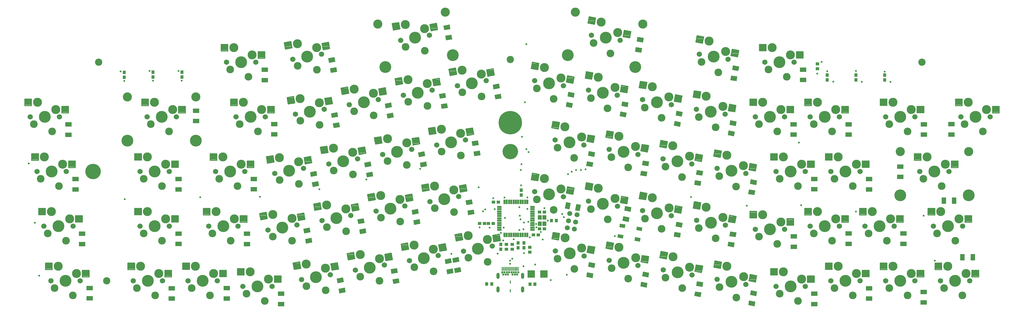
<source format=gbr>
G04 EAGLE Gerber RS-274X export*
G75*
%MOMM*%
%FSLAX34Y34*%
%LPD*%
%INSoldermask Top*%
%IPPOS*%
%AMOC8*
5,1,8,0,0,1.08239X$1,22.5*%
G01*
%ADD10C,1.828800*%
%ADD11C,4.127000*%
%ADD12C,3.175000*%
%ADD13C,2.527000*%
%ADD14C,4.114800*%
%ADD15C,5.377000*%
%ADD16C,8.127000*%
%ADD17C,2.667000*%
%ADD18C,0.366266*%
%ADD19C,3.124200*%
%ADD20R,2.227000X1.627000*%
%ADD21R,1.627000X2.227000*%
%ADD22R,0.635000X1.600200*%
%ADD23R,1.600200X0.635000*%
%ADD24R,0.327000X1.127000*%
%ADD25R,0.427000X1.327000*%
%ADD26C,0.781000*%
%ADD27C,1.127000*%
%ADD28R,1.127000X1.227000*%
%ADD29R,1.227000X1.127000*%
%ADD30R,2.527000X2.527000*%
%ADD31R,1.327000X1.527000*%
%ADD32R,1.927000X1.227000*%
%ADD33C,1.752600*%
%ADD34C,0.652000*%


D10*
X1630828Y310635D03*
D11*
X2482146Y762000D03*
D12*
X1320234Y936852D03*
D11*
X1680856Y301814D03*
D12*
X3139628Y450850D03*
D10*
X2588765Y190500D03*
D13*
X115603Y762000D03*
D10*
X2532946Y762000D03*
X2690365Y190500D03*
X799498Y580666D03*
D13*
X1545955Y771464D03*
D10*
X361359Y381000D03*
D14*
X2901503Y298450D03*
D10*
X426447Y0D03*
D12*
X2901503Y450850D03*
D14*
X1112190Y745417D03*
D15*
X96185Y381000D03*
D14*
X1346698Y786767D03*
D10*
X987104Y613746D03*
D12*
X1085726Y895502D03*
D13*
X2977396Y762000D03*
D10*
X259759Y381000D03*
D11*
X2639565Y190500D03*
D10*
X337547Y0D03*
X1087161Y631388D03*
X235947Y0D03*
X899555Y598308D03*
X889925Y790049D03*
D11*
X286747Y0D03*
X1037132Y622567D03*
X477247Y0D03*
D14*
X3139628Y298450D03*
D11*
X667747Y-19402D03*
D10*
X789869Y772407D03*
X718547Y-19402D03*
D13*
X143372Y0D03*
D11*
X849526Y589487D03*
D10*
X616947Y-19402D03*
D11*
X839897Y781228D03*
D10*
X528047Y0D03*
D15*
X1545955Y450217D03*
D10*
X1265138Y856209D03*
D11*
X1215109Y847388D03*
D10*
X1165081Y838567D03*
X1730885Y292993D03*
D11*
X310559Y381000D03*
D10*
X2193446Y598308D03*
X1295831Y87866D03*
X2469703Y381000D03*
X2293503Y580666D03*
X1195774Y70224D03*
D11*
X1058196Y45965D03*
X2243474Y589487D03*
D10*
X1108225Y54786D03*
D11*
X1245802Y79045D03*
D10*
X2431346Y762000D03*
X3170Y381000D03*
D11*
X-47630Y381000D03*
D10*
X-98430Y381000D03*
X2177401Y407699D03*
D11*
X2127372Y416520D03*
D10*
X2077344Y425341D03*
X2952302Y0D03*
D11*
X2901502Y0D03*
D10*
X2850702Y0D03*
X2303131Y772407D03*
D11*
X2253103Y781228D03*
D10*
X2203075Y790049D03*
X385171Y571500D03*
D11*
X334371Y571500D03*
D10*
X283571Y571500D03*
D14*
X1980811Y745417D03*
D12*
X2007275Y895502D03*
X1772767Y936852D03*
D14*
X1746303Y786767D03*
D10*
X3142802Y0D03*
D11*
X3092002Y0D03*
D10*
X694733Y571500D03*
D11*
X643933Y571500D03*
D10*
X593133Y571500D03*
X804308Y194636D03*
D11*
X754280Y185815D03*
D10*
X704251Y176994D03*
X1990242Y53822D03*
D11*
X1940213Y62643D03*
D10*
X1890185Y71464D03*
X2880865Y190500D03*
D11*
X2830065Y190500D03*
D10*
X2779265Y190500D03*
X3214241Y571500D03*
D11*
X3163441Y571500D03*
D10*
X3112641Y571500D03*
X3118990Y190500D03*
D11*
X3068190Y190500D03*
D10*
X3017390Y190500D03*
X2365007Y374619D03*
D11*
X2314978Y383440D03*
D10*
X2264950Y392261D03*
X1203082Y458389D03*
D11*
X1153053Y449568D03*
D10*
X1103025Y440747D03*
X1015476Y425309D03*
D11*
X965447Y416488D03*
D10*
X915419Y407667D03*
X1462373Y697548D03*
D11*
X1412344Y688727D03*
D10*
X1362316Y679906D03*
X827870Y392229D03*
D11*
X777841Y383408D03*
D10*
X727813Y374587D03*
X1730685Y679906D03*
D11*
X1680656Y688727D03*
D10*
X1630628Y697548D03*
X2690366Y571500D03*
D11*
X2639566Y571500D03*
D10*
X2588766Y571500D03*
X361359Y190500D03*
D11*
X310559Y190500D03*
D10*
X259759Y190500D03*
X661653Y762000D03*
D11*
X610853Y762000D03*
D10*
X560053Y762000D03*
X2293703Y193753D03*
D11*
X2243674Y202574D03*
D10*
X2193646Y211395D03*
X1483437Y120946D03*
D11*
X1433408Y112125D03*
D10*
X1383380Y103304D03*
X3071366Y381000D03*
D11*
X3020566Y381000D03*
D10*
X2969766Y381000D03*
X2571302Y-19402D03*
D11*
X2520502Y-19402D03*
D10*
X2469702Y-19402D03*
X599484Y190500D03*
D11*
X548684Y190500D03*
D10*
X497884Y190500D03*
X2177848Y20742D03*
D11*
X2127819Y29563D03*
D10*
X2077791Y38384D03*
X1927920Y838567D03*
D11*
X1877892Y847388D03*
D10*
X1827864Y856209D03*
X1367126Y293876D03*
D11*
X1317097Y285055D03*
D10*
X1267069Y276234D03*
X2106097Y226833D03*
D11*
X2056068Y235654D03*
D10*
X2006040Y244475D03*
X2105897Y613746D03*
D11*
X2055868Y622567D03*
D10*
X2005840Y631388D03*
X1918491Y259913D03*
D11*
X1868462Y268734D03*
D10*
X1818434Y277555D03*
X1274767Y664468D03*
D11*
X1224738Y655647D03*
D10*
X1174710Y646826D03*
X1179520Y260796D03*
D11*
X1129491Y251975D03*
D10*
X1079463Y243154D03*
X2499865Y179895D03*
D11*
X2449065Y179895D03*
D10*
X2398265Y179895D03*
X1918291Y646826D03*
D11*
X1868262Y655647D03*
D10*
X1818234Y664468D03*
X2761802Y0D03*
D11*
X2711002Y0D03*
D10*
X2660202Y0D03*
X1290631Y473827D03*
X991914Y227716D03*
D11*
X941885Y218895D03*
D16*
X1545955Y551464D03*
D10*
X891857Y210074D03*
D11*
X1340659Y482648D03*
X572496Y381000D03*
D10*
X623296Y381000D03*
X521696Y381000D03*
X1390688Y491469D03*
X1008168Y37144D03*
X50796Y0D03*
D11*
X-4Y0D03*
D10*
X-50804Y0D03*
D14*
X453433Y488950D03*
D12*
X453433Y641350D03*
X215308Y641350D03*
D14*
X215308Y488950D03*
D10*
X2952304Y571500D03*
D11*
X2901504Y571500D03*
D10*
X2850704Y571500D03*
X920619Y21706D03*
D11*
X870590Y12885D03*
D10*
X820562Y4064D03*
X2365454Y-12338D03*
D11*
X2315425Y-3517D03*
D10*
X2265397Y5304D03*
X1802636Y86902D03*
D11*
X1752607Y95723D03*
D10*
X1702579Y104544D03*
X2499866Y571500D03*
D11*
X2449066Y571500D03*
D10*
X2398266Y571500D03*
X-20643Y571500D03*
D11*
X-71443Y571500D03*
D10*
X-122243Y571500D03*
X1802189Y473859D03*
D11*
X1752160Y482680D03*
D10*
X1702132Y491501D03*
X2761803Y381000D03*
D11*
X2711003Y381000D03*
D10*
X2660203Y381000D03*
X26983Y190500D03*
D11*
X-23817Y190500D03*
D10*
X-74617Y190500D03*
X1989795Y440779D03*
D11*
X1939766Y449600D03*
D10*
X1889738Y458421D03*
X2571303Y381000D03*
D11*
X2520503Y381000D03*
D10*
X3041202Y0D03*
D17*
X-85690Y355520D03*
X-22190Y330120D03*
D18*
X11518Y395070D02*
X34526Y395070D01*
X11518Y395070D02*
X11518Y417570D01*
X34526Y417570D01*
X34526Y395070D01*
X34526Y398550D02*
X11518Y398550D01*
X11518Y402030D02*
X34526Y402030D01*
X34526Y405510D02*
X11518Y405510D01*
X11518Y408990D02*
X34526Y408990D01*
X34526Y412470D02*
X11518Y412470D01*
X11518Y415950D02*
X34526Y415950D01*
X-93998Y420470D02*
X-117006Y420470D01*
X-117006Y442970D01*
X-93998Y442970D01*
X-93998Y420470D01*
X-93998Y423950D02*
X-117006Y423950D01*
X-117006Y427430D02*
X-93998Y427430D01*
X-93998Y430910D02*
X-117006Y430910D01*
X-117006Y434390D02*
X-93998Y434390D01*
X-93998Y437870D02*
X-117006Y437870D01*
X-117006Y441350D02*
X-93998Y441350D01*
D19*
X-72990Y431720D03*
X-9490Y406320D03*
D17*
X272440Y355600D03*
X335940Y330200D03*
D18*
X369648Y395150D02*
X392656Y395150D01*
X369648Y395150D02*
X369648Y417650D01*
X392656Y417650D01*
X392656Y395150D01*
X392656Y398630D02*
X369648Y398630D01*
X369648Y402110D02*
X392656Y402110D01*
X392656Y405590D02*
X369648Y405590D01*
X369648Y409070D02*
X392656Y409070D01*
X392656Y412550D02*
X369648Y412550D01*
X369648Y416030D02*
X392656Y416030D01*
X264132Y420550D02*
X241124Y420550D01*
X241124Y443050D01*
X264132Y443050D01*
X264132Y420550D01*
X264132Y424030D02*
X241124Y424030D01*
X241124Y427510D02*
X264132Y427510D01*
X264132Y430990D02*
X241124Y430990D01*
X241124Y434470D02*
X264132Y434470D01*
X264132Y437950D02*
X241124Y437950D01*
X241124Y441430D02*
X264132Y441430D01*
D19*
X285140Y431800D03*
X348640Y406400D03*
D17*
X534420Y355570D03*
X597920Y330170D03*
D18*
X631628Y395120D02*
X654636Y395120D01*
X631628Y395120D02*
X631628Y417620D01*
X654636Y417620D01*
X654636Y395120D01*
X654636Y398600D02*
X631628Y398600D01*
X631628Y402080D02*
X654636Y402080D01*
X654636Y405560D02*
X631628Y405560D01*
X631628Y409040D02*
X654636Y409040D01*
X654636Y412520D02*
X631628Y412520D01*
X631628Y416000D02*
X654636Y416000D01*
X526112Y420520D02*
X503104Y420520D01*
X503104Y443020D01*
X526112Y443020D01*
X526112Y420520D01*
X526112Y424000D02*
X503104Y424000D01*
X503104Y427480D02*
X526112Y427480D01*
X526112Y430960D02*
X503104Y430960D01*
X503104Y434440D02*
X526112Y434440D01*
X526112Y437920D02*
X503104Y437920D01*
X503104Y441400D02*
X526112Y441400D01*
D19*
X547120Y431770D03*
X610620Y406370D03*
D17*
X744710Y351780D03*
X811655Y337792D03*
D18*
X833574Y407610D02*
X856231Y411605D01*
X833574Y407610D02*
X829667Y429767D01*
X852324Y433762D01*
X856231Y411605D01*
X853310Y411090D02*
X832960Y411090D01*
X832347Y414570D02*
X855708Y414570D01*
X855095Y418050D02*
X831733Y418050D01*
X831119Y421530D02*
X854481Y421530D01*
X853867Y425010D02*
X830506Y425010D01*
X829892Y428490D02*
X853254Y428490D01*
X852640Y431970D02*
X842161Y431970D01*
X725249Y414301D02*
X702592Y410306D01*
X698685Y432463D01*
X721342Y436458D01*
X725249Y414301D01*
X722328Y413786D02*
X701978Y413786D01*
X701365Y417266D02*
X724726Y417266D01*
X724113Y420746D02*
X700751Y420746D01*
X700137Y424226D02*
X723499Y424226D01*
X722885Y427706D02*
X699524Y427706D01*
X698910Y431186D02*
X722272Y431186D01*
X721658Y434666D02*
X711179Y434666D01*
D19*
X743985Y429028D03*
X810931Y415040D03*
D17*
X1004050Y590900D03*
X1070995Y576912D03*
D18*
X1092914Y646730D02*
X1115571Y650725D01*
X1092914Y646730D02*
X1089007Y668887D01*
X1111664Y672882D01*
X1115571Y650725D01*
X1112650Y650210D02*
X1092300Y650210D01*
X1091687Y653690D02*
X1115048Y653690D01*
X1114435Y657170D02*
X1091073Y657170D01*
X1090459Y660650D02*
X1113821Y660650D01*
X1113207Y664130D02*
X1089846Y664130D01*
X1089232Y667610D02*
X1112594Y667610D01*
X1111980Y671090D02*
X1101501Y671090D01*
X984589Y653421D02*
X961932Y649426D01*
X958025Y671583D01*
X980682Y675578D01*
X984589Y653421D01*
X981668Y652906D02*
X961318Y652906D01*
X960705Y656386D02*
X984066Y656386D01*
X983453Y659866D02*
X960091Y659866D01*
X959477Y663346D02*
X982839Y663346D01*
X982225Y666826D02*
X958864Y666826D01*
X958250Y670306D02*
X981612Y670306D01*
X980998Y673786D02*
X970519Y673786D01*
D19*
X1003325Y668148D03*
X1070271Y654160D03*
D17*
X1191650Y624020D03*
X1258595Y610032D03*
D18*
X1280514Y679850D02*
X1303171Y683845D01*
X1280514Y679850D02*
X1276607Y702007D01*
X1299264Y706002D01*
X1303171Y683845D01*
X1300250Y683330D02*
X1279900Y683330D01*
X1279287Y686810D02*
X1302648Y686810D01*
X1302035Y690290D02*
X1278673Y690290D01*
X1278059Y693770D02*
X1301421Y693770D01*
X1300807Y697250D02*
X1277446Y697250D01*
X1276832Y700730D02*
X1300194Y700730D01*
X1299580Y704210D02*
X1289101Y704210D01*
X1172189Y686541D02*
X1149532Y682546D01*
X1145625Y704703D01*
X1168282Y708698D01*
X1172189Y686541D01*
X1169268Y686026D02*
X1148918Y686026D01*
X1148305Y689506D02*
X1171666Y689506D01*
X1171053Y692986D02*
X1147691Y692986D01*
X1147077Y696466D02*
X1170439Y696466D01*
X1169825Y699946D02*
X1146464Y699946D01*
X1145850Y703426D02*
X1169212Y703426D01*
X1168598Y706906D02*
X1158119Y706906D01*
D19*
X1190925Y701268D03*
X1257871Y687280D03*
D17*
X1307550Y450970D03*
X1374495Y436982D03*
D18*
X1396414Y506800D02*
X1419071Y510795D01*
X1396414Y506800D02*
X1392507Y528957D01*
X1415164Y532952D01*
X1419071Y510795D01*
X1416150Y510280D02*
X1395800Y510280D01*
X1395187Y513760D02*
X1418548Y513760D01*
X1417935Y517240D02*
X1394573Y517240D01*
X1393959Y520720D02*
X1417321Y520720D01*
X1416707Y524200D02*
X1393346Y524200D01*
X1392732Y527680D02*
X1416094Y527680D01*
X1415480Y531160D02*
X1405001Y531160D01*
X1288089Y513491D02*
X1265432Y509496D01*
X1261525Y531653D01*
X1284182Y535648D01*
X1288089Y513491D01*
X1285168Y512976D02*
X1264818Y512976D01*
X1264205Y516456D02*
X1287566Y516456D01*
X1286953Y519936D02*
X1263591Y519936D01*
X1262977Y523416D02*
X1286339Y523416D01*
X1285725Y526896D02*
X1262364Y526896D01*
X1261750Y530376D02*
X1285112Y530376D01*
X1284498Y533856D02*
X1274019Y533856D01*
D19*
X1306825Y528218D03*
X1373771Y514230D03*
D17*
X1710188Y464252D03*
X1768313Y428211D03*
D18*
X1812788Y486321D02*
X1835445Y482326D01*
X1812788Y486321D02*
X1816695Y508478D01*
X1839352Y504483D01*
X1835445Y482326D01*
X1836059Y485806D02*
X1815709Y485806D01*
X1813311Y489286D02*
X1836672Y489286D01*
X1837286Y492766D02*
X1813924Y492766D01*
X1814538Y496246D02*
X1837900Y496246D01*
X1838513Y499726D02*
X1815152Y499726D01*
X1815765Y503206D02*
X1839127Y503206D01*
X1826858Y506686D02*
X1816379Y506686D01*
X1713284Y529659D02*
X1690627Y533654D01*
X1694534Y555811D01*
X1717191Y551816D01*
X1713284Y529659D01*
X1713898Y533139D02*
X1693548Y533139D01*
X1691150Y536619D02*
X1714511Y536619D01*
X1715125Y540099D02*
X1691763Y540099D01*
X1692377Y543579D02*
X1715739Y543579D01*
X1716352Y547059D02*
X1692991Y547059D01*
X1693604Y550539D02*
X1716966Y550539D01*
X1704697Y554019D02*
X1694218Y554019D01*
D19*
X1735927Y537089D03*
X1794052Y501048D03*
D17*
X1897838Y431212D03*
X1955963Y395171D03*
D18*
X2000438Y453281D02*
X2023095Y449286D01*
X2000438Y453281D02*
X2004345Y475438D01*
X2027002Y471443D01*
X2023095Y449286D01*
X2023709Y452766D02*
X2003359Y452766D01*
X2000961Y456246D02*
X2024322Y456246D01*
X2024936Y459726D02*
X2001574Y459726D01*
X2002188Y463206D02*
X2025550Y463206D01*
X2026163Y466686D02*
X2002802Y466686D01*
X2003415Y470166D02*
X2026777Y470166D01*
X2014508Y473646D02*
X2004029Y473646D01*
X1900934Y496619D02*
X1878277Y500614D01*
X1882184Y522771D01*
X1904841Y518776D01*
X1900934Y496619D01*
X1901548Y500099D02*
X1881198Y500099D01*
X1878800Y503579D02*
X1902161Y503579D01*
X1902775Y507059D02*
X1879413Y507059D01*
X1880027Y510539D02*
X1903389Y510539D01*
X1904002Y514019D02*
X1880641Y514019D01*
X1881254Y517499D02*
X1904616Y517499D01*
X1892347Y520979D02*
X1881868Y520979D01*
D19*
X1923577Y504049D03*
X1981702Y468008D03*
D17*
X2085448Y398082D03*
X2143573Y362041D03*
D18*
X2188048Y420151D02*
X2210705Y416156D01*
X2188048Y420151D02*
X2191955Y442308D01*
X2214612Y438313D01*
X2210705Y416156D01*
X2211319Y419636D02*
X2190969Y419636D01*
X2188571Y423116D02*
X2211932Y423116D01*
X2212546Y426596D02*
X2189184Y426596D01*
X2189798Y430076D02*
X2213160Y430076D01*
X2213773Y433556D02*
X2190412Y433556D01*
X2191025Y437036D02*
X2214387Y437036D01*
X2202118Y440516D02*
X2191639Y440516D01*
X2088544Y463489D02*
X2065887Y467484D01*
X2069794Y489641D01*
X2092451Y485646D01*
X2088544Y463489D01*
X2089158Y466969D02*
X2068808Y466969D01*
X2066410Y470449D02*
X2089771Y470449D01*
X2090385Y473929D02*
X2067023Y473929D01*
X2067637Y477409D02*
X2090999Y477409D01*
X2091612Y480889D02*
X2068251Y480889D01*
X2068864Y484369D02*
X2092226Y484369D01*
X2079957Y487849D02*
X2069478Y487849D01*
D19*
X2111187Y470919D03*
X2169312Y434878D03*
D17*
X2273078Y365012D03*
X2331203Y328971D03*
D18*
X2375678Y387081D02*
X2398335Y383086D01*
X2375678Y387081D02*
X2379585Y409238D01*
X2402242Y405243D01*
X2398335Y383086D01*
X2398949Y386566D02*
X2378599Y386566D01*
X2376201Y390046D02*
X2399562Y390046D01*
X2400176Y393526D02*
X2376814Y393526D01*
X2377428Y397006D02*
X2400790Y397006D01*
X2401403Y400486D02*
X2378042Y400486D01*
X2378655Y403966D02*
X2402017Y403966D01*
X2389748Y407446D02*
X2379269Y407446D01*
X2276174Y430419D02*
X2253517Y434414D01*
X2257424Y456571D01*
X2280081Y452576D01*
X2276174Y430419D01*
X2276788Y433899D02*
X2256438Y433899D01*
X2254040Y437379D02*
X2277401Y437379D01*
X2278015Y440859D02*
X2254653Y440859D01*
X2255267Y444339D02*
X2278629Y444339D01*
X2279242Y447819D02*
X2255881Y447819D01*
X2256494Y451299D02*
X2279856Y451299D01*
X2267587Y454779D02*
X2257108Y454779D01*
D19*
X2298817Y437849D03*
X2356942Y401808D03*
D17*
X2482420Y355600D03*
X2545920Y330200D03*
D18*
X2579628Y395150D02*
X2602636Y395150D01*
X2579628Y395150D02*
X2579628Y417650D01*
X2602636Y417650D01*
X2602636Y395150D01*
X2602636Y398630D02*
X2579628Y398630D01*
X2579628Y402110D02*
X2602636Y402110D01*
X2602636Y405590D02*
X2579628Y405590D01*
X2579628Y409070D02*
X2602636Y409070D01*
X2602636Y412550D02*
X2579628Y412550D01*
X2579628Y416030D02*
X2602636Y416030D01*
X2474112Y420550D02*
X2451104Y420550D01*
X2451104Y443050D01*
X2474112Y443050D01*
X2474112Y420550D01*
X2474112Y424030D02*
X2451104Y424030D01*
X2451104Y427510D02*
X2474112Y427510D01*
X2474112Y430990D02*
X2451104Y430990D01*
X2451104Y434470D02*
X2474112Y434470D01*
X2474112Y437950D02*
X2451104Y437950D01*
X2451104Y441430D02*
X2474112Y441430D01*
D19*
X2495120Y431800D03*
X2558620Y406400D03*
D17*
X2672940Y355630D03*
X2736440Y330230D03*
D18*
X2770148Y395180D02*
X2793156Y395180D01*
X2770148Y395180D02*
X2770148Y417680D01*
X2793156Y417680D01*
X2793156Y395180D01*
X2793156Y398660D02*
X2770148Y398660D01*
X2770148Y402140D02*
X2793156Y402140D01*
X2793156Y405620D02*
X2770148Y405620D01*
X2770148Y409100D02*
X2793156Y409100D01*
X2793156Y412580D02*
X2770148Y412580D01*
X2770148Y416060D02*
X2793156Y416060D01*
X2664632Y420580D02*
X2641624Y420580D01*
X2641624Y443080D01*
X2664632Y443080D01*
X2664632Y420580D01*
X2664632Y424060D02*
X2641624Y424060D01*
X2641624Y427540D02*
X2664632Y427540D01*
X2664632Y431020D02*
X2641624Y431020D01*
X2641624Y434500D02*
X2664632Y434500D01*
X2664632Y437980D02*
X2641624Y437980D01*
X2641624Y441460D02*
X2664632Y441460D01*
D19*
X2685640Y431830D03*
X2749140Y406430D03*
D17*
X2982440Y355570D03*
X3045940Y330170D03*
D18*
X3079648Y395120D02*
X3102656Y395120D01*
X3079648Y395120D02*
X3079648Y417620D01*
X3102656Y417620D01*
X3102656Y395120D01*
X3102656Y398600D02*
X3079648Y398600D01*
X3079648Y402080D02*
X3102656Y402080D01*
X3102656Y405560D02*
X3079648Y405560D01*
X3079648Y409040D02*
X3102656Y409040D01*
X3102656Y412520D02*
X3079648Y412520D01*
X3079648Y416000D02*
X3102656Y416000D01*
X2974132Y420520D02*
X2951124Y420520D01*
X2951124Y443020D01*
X2974132Y443020D01*
X2974132Y420520D01*
X2974132Y424000D02*
X2951124Y424000D01*
X2951124Y427480D02*
X2974132Y427480D01*
X2974132Y430960D02*
X2951124Y430960D01*
X2951124Y434440D02*
X2974132Y434440D01*
X2974132Y437920D02*
X2951124Y437920D01*
X2951124Y441400D02*
X2974132Y441400D01*
D19*
X2995140Y431770D03*
X3058640Y406370D03*
D17*
X3030090Y165070D03*
X3093590Y139670D03*
D18*
X3127298Y204620D02*
X3150306Y204620D01*
X3127298Y204620D02*
X3127298Y227120D01*
X3150306Y227120D01*
X3150306Y204620D01*
X3150306Y208100D02*
X3127298Y208100D01*
X3127298Y211580D02*
X3150306Y211580D01*
X3150306Y215060D02*
X3127298Y215060D01*
X3127298Y218540D02*
X3150306Y218540D01*
X3150306Y222020D02*
X3127298Y222020D01*
X3127298Y225500D02*
X3150306Y225500D01*
X3021782Y230020D02*
X2998774Y230020D01*
X2998774Y252520D01*
X3021782Y252520D01*
X3021782Y230020D01*
X3021782Y233500D02*
X2998774Y233500D01*
X2998774Y236980D02*
X3021782Y236980D01*
X3021782Y240460D02*
X2998774Y240460D01*
X2998774Y243940D02*
X3021782Y243940D01*
X3021782Y247420D02*
X2998774Y247420D01*
X2998774Y250900D02*
X3021782Y250900D01*
D19*
X3042790Y241270D03*
X3106290Y215870D03*
D17*
X-109520Y546070D03*
X-46020Y520670D03*
D18*
X-12312Y585620D02*
X10696Y585620D01*
X-12312Y585620D02*
X-12312Y608120D01*
X10696Y608120D01*
X10696Y585620D01*
X10696Y589100D02*
X-12312Y589100D01*
X-12312Y592580D02*
X10696Y592580D01*
X10696Y596060D02*
X-12312Y596060D01*
X-12312Y599540D02*
X10696Y599540D01*
X10696Y603020D02*
X-12312Y603020D01*
X-12312Y606500D02*
X10696Y606500D01*
X-117828Y611020D02*
X-140836Y611020D01*
X-140836Y633520D01*
X-117828Y633520D01*
X-117828Y611020D01*
X-117828Y614500D02*
X-140836Y614500D01*
X-140836Y617980D02*
X-117828Y617980D01*
X-117828Y621460D02*
X-140836Y621460D01*
X-140836Y624940D02*
X-117828Y624940D01*
X-117828Y628420D02*
X-140836Y628420D01*
X-140836Y631900D02*
X-117828Y631900D01*
D19*
X-96820Y622270D03*
X-33320Y596870D03*
D17*
X296320Y546070D03*
X359820Y520670D03*
D18*
X393528Y585620D02*
X416536Y585620D01*
X393528Y585620D02*
X393528Y608120D01*
X416536Y608120D01*
X416536Y585620D01*
X416536Y589100D02*
X393528Y589100D01*
X393528Y592580D02*
X416536Y592580D01*
X416536Y596060D02*
X393528Y596060D01*
X393528Y599540D02*
X416536Y599540D01*
X416536Y603020D02*
X393528Y603020D01*
X393528Y606500D02*
X416536Y606500D01*
X288012Y611020D02*
X265004Y611020D01*
X265004Y633520D01*
X288012Y633520D01*
X288012Y611020D01*
X288012Y614500D02*
X265004Y614500D01*
X265004Y617980D02*
X288012Y617980D01*
X288012Y621460D02*
X265004Y621460D01*
X265004Y624940D02*
X288012Y624940D01*
X288012Y628420D02*
X265004Y628420D01*
X265004Y631900D02*
X288012Y631900D01*
D19*
X309020Y622270D03*
X372520Y596870D03*
D17*
X605840Y546050D03*
X669340Y520650D03*
D18*
X703048Y585600D02*
X726056Y585600D01*
X703048Y585600D02*
X703048Y608100D01*
X726056Y608100D01*
X726056Y585600D01*
X726056Y589080D02*
X703048Y589080D01*
X703048Y592560D02*
X726056Y592560D01*
X726056Y596040D02*
X703048Y596040D01*
X703048Y599520D02*
X726056Y599520D01*
X726056Y603000D02*
X703048Y603000D01*
X703048Y606480D02*
X726056Y606480D01*
X597532Y611000D02*
X574524Y611000D01*
X574524Y633500D01*
X597532Y633500D01*
X597532Y611000D01*
X597532Y614480D02*
X574524Y614480D01*
X574524Y617960D02*
X597532Y617960D01*
X597532Y621440D02*
X574524Y621440D01*
X574524Y624920D02*
X597532Y624920D01*
X597532Y628400D02*
X574524Y628400D01*
X574524Y631880D02*
X597532Y631880D01*
D19*
X618540Y622250D03*
X682040Y596850D03*
D17*
X816440Y557800D03*
X883385Y543812D03*
D18*
X905304Y613630D02*
X927961Y617625D01*
X905304Y613630D02*
X901397Y635787D01*
X924054Y639782D01*
X927961Y617625D01*
X925040Y617110D02*
X904690Y617110D01*
X904077Y620590D02*
X927438Y620590D01*
X926825Y624070D02*
X903463Y624070D01*
X902849Y627550D02*
X926211Y627550D01*
X925597Y631030D02*
X902236Y631030D01*
X901622Y634510D02*
X924984Y634510D01*
X924370Y637990D02*
X913891Y637990D01*
X796979Y620321D02*
X774322Y616326D01*
X770415Y638483D01*
X793072Y642478D01*
X796979Y620321D01*
X794058Y619806D02*
X773708Y619806D01*
X773095Y623286D02*
X796456Y623286D01*
X795843Y626766D02*
X772481Y626766D01*
X771867Y630246D02*
X795229Y630246D01*
X794615Y633726D02*
X771254Y633726D01*
X770640Y637206D02*
X794002Y637206D01*
X793388Y640686D02*
X782909Y640686D01*
D19*
X815715Y635048D03*
X882661Y621060D03*
D17*
X2211178Y762802D03*
X2269303Y726761D03*
D18*
X2313778Y784871D02*
X2336435Y780876D01*
X2313778Y784871D02*
X2317685Y807028D01*
X2340342Y803033D01*
X2336435Y780876D01*
X2337049Y784356D02*
X2316699Y784356D01*
X2314301Y787836D02*
X2337662Y787836D01*
X2338276Y791316D02*
X2314914Y791316D01*
X2315528Y794796D02*
X2338890Y794796D01*
X2339503Y798276D02*
X2316142Y798276D01*
X2316755Y801756D02*
X2340117Y801756D01*
X2327848Y805236D02*
X2317369Y805236D01*
X2214274Y828209D02*
X2191617Y832204D01*
X2195524Y854361D01*
X2218181Y850366D01*
X2214274Y828209D01*
X2214888Y831689D02*
X2194538Y831689D01*
X2192140Y835169D02*
X2215501Y835169D01*
X2216115Y838649D02*
X2192753Y838649D01*
X2193367Y842129D02*
X2216729Y842129D01*
X2217342Y845609D02*
X2193981Y845609D01*
X2194594Y849089D02*
X2217956Y849089D01*
X2205687Y852569D02*
X2195208Y852569D01*
D19*
X2236917Y835639D03*
X2295042Y799598D03*
D17*
X2444040Y736600D03*
X2507540Y711200D03*
D18*
X2541248Y776150D02*
X2564256Y776150D01*
X2541248Y776150D02*
X2541248Y798650D01*
X2564256Y798650D01*
X2564256Y776150D01*
X2564256Y779630D02*
X2541248Y779630D01*
X2541248Y783110D02*
X2564256Y783110D01*
X2564256Y786590D02*
X2541248Y786590D01*
X2541248Y790070D02*
X2564256Y790070D01*
X2564256Y793550D02*
X2541248Y793550D01*
X2541248Y797030D02*
X2564256Y797030D01*
X2435732Y801550D02*
X2412724Y801550D01*
X2412724Y824050D01*
X2435732Y824050D01*
X2435732Y801550D01*
X2435732Y805030D02*
X2412724Y805030D01*
X2412724Y808510D02*
X2435732Y808510D01*
X2435732Y811990D02*
X2412724Y811990D01*
X2412724Y815470D02*
X2435732Y815470D01*
X2435732Y818950D02*
X2412724Y818950D01*
X2412724Y822430D02*
X2435732Y822430D01*
D19*
X2456740Y812800D03*
X2520240Y787400D03*
D17*
X1379230Y657070D03*
X1446175Y643082D03*
D18*
X1468094Y712900D02*
X1490751Y716895D01*
X1468094Y712900D02*
X1464187Y735057D01*
X1486844Y739052D01*
X1490751Y716895D01*
X1487830Y716380D02*
X1467480Y716380D01*
X1466867Y719860D02*
X1490228Y719860D01*
X1489615Y723340D02*
X1466253Y723340D01*
X1465639Y726820D02*
X1489001Y726820D01*
X1488387Y730300D02*
X1465026Y730300D01*
X1464412Y733780D02*
X1487774Y733780D01*
X1487160Y737260D02*
X1476681Y737260D01*
X1359769Y719591D02*
X1337112Y715596D01*
X1333205Y737753D01*
X1355862Y741748D01*
X1359769Y719591D01*
X1356848Y719076D02*
X1336498Y719076D01*
X1335885Y722556D02*
X1359246Y722556D01*
X1358633Y726036D02*
X1335271Y726036D01*
X1334657Y729516D02*
X1358019Y729516D01*
X1357405Y732996D02*
X1334044Y732996D01*
X1333430Y736476D02*
X1356792Y736476D01*
X1356178Y739956D02*
X1345699Y739956D01*
D19*
X1378505Y734318D03*
X1445451Y720330D03*
D17*
X1638758Y670352D03*
X1696883Y634311D03*
D18*
X1741358Y692421D02*
X1764015Y688426D01*
X1741358Y692421D02*
X1745265Y714578D01*
X1767922Y710583D01*
X1764015Y688426D01*
X1764629Y691906D02*
X1744279Y691906D01*
X1741881Y695386D02*
X1765242Y695386D01*
X1765856Y698866D02*
X1742494Y698866D01*
X1743108Y702346D02*
X1766470Y702346D01*
X1767083Y705826D02*
X1743722Y705826D01*
X1744335Y709306D02*
X1767697Y709306D01*
X1755428Y712786D02*
X1744949Y712786D01*
X1641854Y735759D02*
X1619197Y739754D01*
X1623104Y761911D01*
X1645761Y757916D01*
X1641854Y735759D01*
X1642468Y739239D02*
X1622118Y739239D01*
X1619720Y742719D02*
X1643081Y742719D01*
X1643695Y746199D02*
X1620333Y746199D01*
X1620947Y749679D02*
X1644309Y749679D01*
X1644922Y753159D02*
X1621561Y753159D01*
X1622174Y756639D02*
X1645536Y756639D01*
X1633267Y760119D02*
X1622788Y760119D01*
D19*
X1664497Y743189D03*
X1722622Y707148D03*
D17*
X1826418Y637252D03*
X1884543Y601211D03*
D18*
X1929018Y659321D02*
X1951675Y655326D01*
X1929018Y659321D02*
X1932925Y681478D01*
X1955582Y677483D01*
X1951675Y655326D01*
X1952289Y658806D02*
X1931939Y658806D01*
X1929541Y662286D02*
X1952902Y662286D01*
X1953516Y665766D02*
X1930154Y665766D01*
X1930768Y669246D02*
X1954130Y669246D01*
X1954743Y672726D02*
X1931382Y672726D01*
X1931995Y676206D02*
X1955357Y676206D01*
X1943088Y679686D02*
X1932609Y679686D01*
X1829514Y702659D02*
X1806857Y706654D01*
X1810764Y728811D01*
X1833421Y724816D01*
X1829514Y702659D01*
X1830128Y706139D02*
X1809778Y706139D01*
X1807380Y709619D02*
X1830741Y709619D01*
X1831355Y713099D02*
X1807993Y713099D01*
X1808607Y716579D02*
X1831969Y716579D01*
X1832582Y720059D02*
X1809221Y720059D01*
X1809834Y723539D02*
X1833196Y723539D01*
X1820927Y727019D02*
X1810448Y727019D01*
D19*
X1852157Y710089D03*
X1910282Y674048D03*
D17*
X2013948Y604132D03*
X2072073Y568091D03*
D18*
X2116548Y626201D02*
X2139205Y622206D01*
X2116548Y626201D02*
X2120455Y648358D01*
X2143112Y644363D01*
X2139205Y622206D01*
X2139819Y625686D02*
X2119469Y625686D01*
X2117071Y629166D02*
X2140432Y629166D01*
X2141046Y632646D02*
X2117684Y632646D01*
X2118298Y636126D02*
X2141660Y636126D01*
X2142273Y639606D02*
X2118912Y639606D01*
X2119525Y643086D02*
X2142887Y643086D01*
X2130618Y646566D02*
X2120139Y646566D01*
X2017044Y669539D02*
X1994387Y673534D01*
X1998294Y695691D01*
X2020951Y691696D01*
X2017044Y669539D01*
X2017658Y673019D02*
X1997308Y673019D01*
X1994910Y676499D02*
X2018271Y676499D01*
X2018885Y679979D02*
X1995523Y679979D01*
X1996137Y683459D02*
X2019499Y683459D01*
X2020112Y686939D02*
X1996751Y686939D01*
X1997364Y690419D02*
X2020726Y690419D01*
X2008457Y693899D02*
X1997978Y693899D01*
D19*
X2039687Y676969D03*
X2097812Y640928D03*
D17*
X2201578Y571082D03*
X2259703Y535041D03*
D18*
X2304178Y593151D02*
X2326835Y589156D01*
X2304178Y593151D02*
X2308085Y615308D01*
X2330742Y611313D01*
X2326835Y589156D01*
X2327449Y592636D02*
X2307099Y592636D01*
X2304701Y596116D02*
X2328062Y596116D01*
X2328676Y599596D02*
X2305314Y599596D01*
X2305928Y603076D02*
X2329290Y603076D01*
X2329903Y606556D02*
X2306542Y606556D01*
X2307155Y610036D02*
X2330517Y610036D01*
X2318248Y613516D02*
X2307769Y613516D01*
X2204674Y636489D02*
X2182017Y640484D01*
X2185924Y662641D01*
X2208581Y658646D01*
X2204674Y636489D01*
X2205288Y639969D02*
X2184938Y639969D01*
X2182540Y643449D02*
X2205901Y643449D01*
X2206515Y646929D02*
X2183153Y646929D01*
X2183767Y650409D02*
X2207129Y650409D01*
X2207742Y653889D02*
X2184381Y653889D01*
X2184994Y657369D02*
X2208356Y657369D01*
X2196087Y660849D02*
X2185608Y660849D01*
D19*
X2227317Y643919D03*
X2285442Y607878D03*
D17*
X2410970Y546100D03*
X2474470Y520700D03*
D18*
X2508178Y585650D02*
X2531186Y585650D01*
X2508178Y585650D02*
X2508178Y608150D01*
X2531186Y608150D01*
X2531186Y585650D01*
X2531186Y589130D02*
X2508178Y589130D01*
X2508178Y592610D02*
X2531186Y592610D01*
X2531186Y596090D02*
X2508178Y596090D01*
X2508178Y599570D02*
X2531186Y599570D01*
X2531186Y603050D02*
X2508178Y603050D01*
X2508178Y606530D02*
X2531186Y606530D01*
X2402662Y611050D02*
X2379654Y611050D01*
X2379654Y633550D01*
X2402662Y633550D01*
X2402662Y611050D01*
X2402662Y614530D02*
X2379654Y614530D01*
X2379654Y618010D02*
X2402662Y618010D01*
X2402662Y621490D02*
X2379654Y621490D01*
X2379654Y624970D02*
X2402662Y624970D01*
X2402662Y628450D02*
X2379654Y628450D01*
X2379654Y631930D02*
X2402662Y631930D01*
D19*
X2423670Y622300D03*
X2487170Y596900D03*
D17*
X2601490Y546050D03*
X2664990Y520650D03*
D18*
X2698698Y585600D02*
X2721706Y585600D01*
X2698698Y585600D02*
X2698698Y608100D01*
X2721706Y608100D01*
X2721706Y585600D01*
X2721706Y589080D02*
X2698698Y589080D01*
X2698698Y592560D02*
X2721706Y592560D01*
X2721706Y596040D02*
X2698698Y596040D01*
X2698698Y599520D02*
X2721706Y599520D01*
X2721706Y603000D02*
X2698698Y603000D01*
X2698698Y606480D02*
X2721706Y606480D01*
X2593182Y611000D02*
X2570174Y611000D01*
X2570174Y633500D01*
X2593182Y633500D01*
X2593182Y611000D01*
X2593182Y614480D02*
X2570174Y614480D01*
X2570174Y617960D02*
X2593182Y617960D01*
X2593182Y621440D02*
X2570174Y621440D01*
X2570174Y624920D02*
X2593182Y624920D01*
X2593182Y628400D02*
X2570174Y628400D01*
X2570174Y631880D02*
X2593182Y631880D01*
D19*
X2614190Y622250D03*
X2677690Y596850D03*
D17*
X2863420Y546100D03*
X2926920Y520700D03*
D18*
X2960628Y585650D02*
X2983636Y585650D01*
X2960628Y585650D02*
X2960628Y608150D01*
X2983636Y608150D01*
X2983636Y585650D01*
X2983636Y589130D02*
X2960628Y589130D01*
X2960628Y592610D02*
X2983636Y592610D01*
X2983636Y596090D02*
X2960628Y596090D01*
X2960628Y599570D02*
X2983636Y599570D01*
X2983636Y603050D02*
X2960628Y603050D01*
X2960628Y606530D02*
X2983636Y606530D01*
X2855112Y611050D02*
X2832104Y611050D01*
X2832104Y633550D01*
X2855112Y633550D01*
X2855112Y611050D01*
X2855112Y614530D02*
X2832104Y614530D01*
X2832104Y618010D02*
X2855112Y618010D01*
X2855112Y621490D02*
X2832104Y621490D01*
X2832104Y624970D02*
X2855112Y624970D01*
X2855112Y628450D02*
X2832104Y628450D01*
X2832104Y631930D02*
X2855112Y631930D01*
D19*
X2876120Y622300D03*
X2939620Y596900D03*
D17*
X3125340Y546070D03*
X3188840Y520670D03*
D18*
X3222548Y585620D02*
X3245556Y585620D01*
X3222548Y585620D02*
X3222548Y608120D01*
X3245556Y608120D01*
X3245556Y585620D01*
X3245556Y589100D02*
X3222548Y589100D01*
X3222548Y592580D02*
X3245556Y592580D01*
X3245556Y596060D02*
X3222548Y596060D01*
X3222548Y599540D02*
X3245556Y599540D01*
X3245556Y603020D02*
X3222548Y603020D01*
X3222548Y606500D02*
X3245556Y606500D01*
X3117032Y611020D02*
X3094024Y611020D01*
X3094024Y633520D01*
X3117032Y633520D01*
X3117032Y611020D01*
X3117032Y614500D02*
X3094024Y614500D01*
X3094024Y617980D02*
X3117032Y617980D01*
X3117032Y621460D02*
X3094024Y621460D01*
X3094024Y624940D02*
X3117032Y624940D01*
X3117032Y628420D02*
X3094024Y628420D01*
X3094024Y631900D02*
X3117032Y631900D01*
D19*
X3138040Y622270D03*
X3201540Y596870D03*
D17*
X572800Y736570D03*
X636300Y711170D03*
D18*
X670008Y776120D02*
X693016Y776120D01*
X670008Y776120D02*
X670008Y798620D01*
X693016Y798620D01*
X693016Y776120D01*
X693016Y779600D02*
X670008Y779600D01*
X670008Y783080D02*
X693016Y783080D01*
X693016Y786560D02*
X670008Y786560D01*
X670008Y790040D02*
X693016Y790040D01*
X693016Y793520D02*
X670008Y793520D01*
X670008Y797000D02*
X693016Y797000D01*
X564492Y801520D02*
X541484Y801520D01*
X541484Y824020D01*
X564492Y824020D01*
X564492Y801520D01*
X564492Y805000D02*
X541484Y805000D01*
X541484Y808480D02*
X564492Y808480D01*
X564492Y811960D02*
X541484Y811960D01*
X541484Y815440D02*
X564492Y815440D01*
X564492Y818920D02*
X541484Y818920D01*
X541484Y822400D02*
X564492Y822400D01*
D19*
X585500Y812770D03*
X649000Y787370D03*
D17*
X806840Y749600D03*
X873785Y735612D03*
D18*
X895704Y805430D02*
X918361Y809425D01*
X895704Y805430D02*
X891797Y827587D01*
X914454Y831582D01*
X918361Y809425D01*
X915440Y808910D02*
X895090Y808910D01*
X894477Y812390D02*
X917838Y812390D01*
X917225Y815870D02*
X893863Y815870D01*
X893249Y819350D02*
X916611Y819350D01*
X915997Y822830D02*
X892636Y822830D01*
X892022Y826310D02*
X915384Y826310D01*
X914770Y829790D02*
X904291Y829790D01*
X787379Y812121D02*
X764722Y808126D01*
X760815Y830283D01*
X783472Y834278D01*
X787379Y812121D01*
X784458Y811606D02*
X764108Y811606D01*
X763495Y815086D02*
X786856Y815086D01*
X786243Y818566D02*
X762881Y818566D01*
X762267Y822046D02*
X785629Y822046D01*
X785015Y825526D02*
X761654Y825526D01*
X761040Y829006D02*
X784402Y829006D01*
X783788Y832486D02*
X773309Y832486D01*
D19*
X806115Y826848D03*
X873061Y812860D03*
D17*
X1182000Y815740D03*
X1248945Y801752D03*
D18*
X1270864Y871570D02*
X1293521Y875565D01*
X1270864Y871570D02*
X1266957Y893727D01*
X1289614Y897722D01*
X1293521Y875565D01*
X1290600Y875050D02*
X1270250Y875050D01*
X1269637Y878530D02*
X1292998Y878530D01*
X1292385Y882010D02*
X1269023Y882010D01*
X1268409Y885490D02*
X1291771Y885490D01*
X1291157Y888970D02*
X1267796Y888970D01*
X1267182Y892450D02*
X1290544Y892450D01*
X1289930Y895930D02*
X1279451Y895930D01*
X1162539Y878261D02*
X1139882Y874266D01*
X1135975Y896423D01*
X1158632Y900418D01*
X1162539Y878261D01*
X1159618Y877746D02*
X1139268Y877746D01*
X1138655Y881226D02*
X1162016Y881226D01*
X1161403Y884706D02*
X1138041Y884706D01*
X1137427Y888186D02*
X1160789Y888186D01*
X1160175Y891666D02*
X1136814Y891666D01*
X1136200Y895146D02*
X1159562Y895146D01*
X1158948Y898626D02*
X1148469Y898626D01*
D19*
X1181275Y892988D03*
X1248221Y879000D03*
D17*
X1835988Y828972D03*
X1894113Y792931D03*
D18*
X1938588Y851041D02*
X1961245Y847046D01*
X1938588Y851041D02*
X1942495Y873198D01*
X1965152Y869203D01*
X1961245Y847046D01*
X1961859Y850526D02*
X1941509Y850526D01*
X1939111Y854006D02*
X1962472Y854006D01*
X1963086Y857486D02*
X1939724Y857486D01*
X1940338Y860966D02*
X1963700Y860966D01*
X1964313Y864446D02*
X1940952Y864446D01*
X1941565Y867926D02*
X1964927Y867926D01*
X1952658Y871406D02*
X1942179Y871406D01*
X1839084Y894379D02*
X1816427Y898374D01*
X1820334Y920531D01*
X1842991Y916536D01*
X1839084Y894379D01*
X1839698Y897859D02*
X1819348Y897859D01*
X1816950Y901339D02*
X1840311Y901339D01*
X1840925Y904819D02*
X1817563Y904819D01*
X1818177Y908299D02*
X1841539Y908299D01*
X1842152Y911779D02*
X1818791Y911779D01*
X1819404Y915259D02*
X1842766Y915259D01*
X1830497Y918739D02*
X1820018Y918739D01*
D19*
X1861727Y901809D03*
X1919852Y865768D03*
D17*
X932340Y384880D03*
X999285Y370892D03*
D18*
X1021204Y440710D02*
X1043861Y444705D01*
X1021204Y440710D02*
X1017297Y462867D01*
X1039954Y466862D01*
X1043861Y444705D01*
X1040940Y444190D02*
X1020590Y444190D01*
X1019977Y447670D02*
X1043338Y447670D01*
X1042725Y451150D02*
X1019363Y451150D01*
X1018749Y454630D02*
X1042111Y454630D01*
X1041497Y458110D02*
X1018136Y458110D01*
X1017522Y461590D02*
X1040884Y461590D01*
X1040270Y465070D02*
X1029791Y465070D01*
X912879Y447401D02*
X890222Y443406D01*
X886315Y465563D01*
X908972Y469558D01*
X912879Y447401D01*
X909958Y446886D02*
X889608Y446886D01*
X888995Y450366D02*
X912356Y450366D01*
X911743Y453846D02*
X888381Y453846D01*
X887767Y457326D02*
X911129Y457326D01*
X910515Y460806D02*
X887154Y460806D01*
X886540Y464286D02*
X909902Y464286D01*
X909288Y467766D02*
X898809Y467766D01*
D19*
X931615Y462128D03*
X998561Y448140D03*
D17*
X1119970Y417920D03*
X1186915Y403932D03*
D18*
X1208834Y473750D02*
X1231491Y477745D01*
X1208834Y473750D02*
X1204927Y495907D01*
X1227584Y499902D01*
X1231491Y477745D01*
X1228570Y477230D02*
X1208220Y477230D01*
X1207607Y480710D02*
X1230968Y480710D01*
X1230355Y484190D02*
X1206993Y484190D01*
X1206379Y487670D02*
X1229741Y487670D01*
X1229127Y491150D02*
X1205766Y491150D01*
X1205152Y494630D02*
X1228514Y494630D01*
X1227900Y498110D02*
X1217421Y498110D01*
X1100509Y480441D02*
X1077852Y476446D01*
X1073945Y498603D01*
X1096602Y502598D01*
X1100509Y480441D01*
X1097588Y479926D02*
X1077238Y479926D01*
X1076625Y483406D02*
X1099986Y483406D01*
X1099373Y486886D02*
X1076011Y486886D01*
X1075397Y490366D02*
X1098759Y490366D01*
X1098145Y493846D02*
X1074784Y493846D01*
X1074170Y497326D02*
X1097532Y497326D01*
X1096918Y500806D02*
X1086439Y500806D01*
D19*
X1119245Y495168D03*
X1186191Y481180D03*
D17*
X1284080Y253430D03*
X1351025Y239442D03*
D18*
X1372944Y309260D02*
X1395601Y313255D01*
X1372944Y309260D02*
X1369037Y331417D01*
X1391694Y335412D01*
X1395601Y313255D01*
X1392680Y312740D02*
X1372330Y312740D01*
X1371717Y316220D02*
X1395078Y316220D01*
X1394465Y319700D02*
X1371103Y319700D01*
X1370489Y323180D02*
X1393851Y323180D01*
X1393237Y326660D02*
X1369876Y326660D01*
X1369262Y330140D02*
X1392624Y330140D01*
X1392010Y333620D02*
X1381531Y333620D01*
X1264619Y315951D02*
X1241962Y311956D01*
X1238055Y334113D01*
X1260712Y338108D01*
X1264619Y315951D01*
X1261698Y315436D02*
X1241348Y315436D01*
X1240735Y318916D02*
X1264096Y318916D01*
X1263483Y322396D02*
X1240121Y322396D01*
X1239507Y325876D02*
X1262869Y325876D01*
X1262255Y329356D02*
X1238894Y329356D01*
X1238280Y332836D02*
X1261642Y332836D01*
X1261028Y336316D02*
X1250549Y336316D01*
D19*
X1283355Y330678D03*
X1350301Y316690D03*
D17*
X1638888Y283382D03*
X1697013Y247341D03*
D18*
X1741488Y305451D02*
X1764145Y301456D01*
X1741488Y305451D02*
X1745395Y327608D01*
X1768052Y323613D01*
X1764145Y301456D01*
X1764759Y304936D02*
X1744409Y304936D01*
X1742011Y308416D02*
X1765372Y308416D01*
X1765986Y311896D02*
X1742624Y311896D01*
X1743238Y315376D02*
X1766600Y315376D01*
X1767213Y318856D02*
X1743852Y318856D01*
X1744465Y322336D02*
X1767827Y322336D01*
X1755558Y325816D02*
X1745079Y325816D01*
X1641984Y348789D02*
X1619327Y352784D01*
X1623234Y374941D01*
X1645891Y370946D01*
X1641984Y348789D01*
X1642598Y352269D02*
X1622248Y352269D01*
X1619850Y355749D02*
X1643211Y355749D01*
X1643825Y359229D02*
X1620463Y359229D01*
X1621077Y362709D02*
X1644439Y362709D01*
X1645052Y366189D02*
X1621691Y366189D01*
X1622304Y369669D02*
X1645666Y369669D01*
X1633397Y373149D02*
X1622918Y373149D01*
D19*
X1664627Y356219D03*
X1722752Y320178D03*
D17*
X1826538Y250312D03*
X1884663Y214271D03*
D18*
X1929138Y272381D02*
X1951795Y268386D01*
X1929138Y272381D02*
X1933045Y294538D01*
X1955702Y290543D01*
X1951795Y268386D01*
X1952409Y271866D02*
X1932059Y271866D01*
X1929661Y275346D02*
X1953022Y275346D01*
X1953636Y278826D02*
X1930274Y278826D01*
X1930888Y282306D02*
X1954250Y282306D01*
X1954863Y285786D02*
X1931502Y285786D01*
X1932115Y289266D02*
X1955477Y289266D01*
X1943208Y292746D02*
X1932729Y292746D01*
X1829634Y315719D02*
X1806977Y319714D01*
X1810884Y341871D01*
X1833541Y337876D01*
X1829634Y315719D01*
X1830248Y319199D02*
X1809898Y319199D01*
X1807500Y322679D02*
X1830861Y322679D01*
X1831475Y326159D02*
X1808113Y326159D01*
X1808727Y329639D02*
X1832089Y329639D01*
X1832702Y333119D02*
X1809341Y333119D01*
X1809954Y336599D02*
X1833316Y336599D01*
X1821047Y340079D02*
X1810568Y340079D01*
D19*
X1852277Y323149D03*
X1910402Y287108D03*
D17*
X2014168Y217292D03*
X2072293Y181251D03*
D18*
X2116768Y239361D02*
X2139425Y235366D01*
X2116768Y239361D02*
X2120675Y261518D01*
X2143332Y257523D01*
X2139425Y235366D01*
X2140039Y238846D02*
X2119689Y238846D01*
X2117291Y242326D02*
X2140652Y242326D01*
X2141266Y245806D02*
X2117904Y245806D01*
X2118518Y249286D02*
X2141880Y249286D01*
X2142493Y252766D02*
X2119132Y252766D01*
X2119745Y256246D02*
X2143107Y256246D01*
X2130838Y259726D02*
X2120359Y259726D01*
X2017264Y282699D02*
X1994607Y286694D01*
X1998514Y308851D01*
X2021171Y304856D01*
X2017264Y282699D01*
X2017878Y286179D02*
X1997528Y286179D01*
X1995130Y289659D02*
X2018491Y289659D01*
X2019105Y293139D02*
X1995743Y293139D01*
X1996357Y296619D02*
X2019719Y296619D01*
X2020332Y300099D02*
X1996971Y300099D01*
X1997584Y303579D02*
X2020946Y303579D01*
X2008677Y307059D02*
X1998198Y307059D01*
D19*
X2039907Y290129D03*
X2098032Y254088D03*
D17*
X2201728Y184222D03*
X2259853Y148181D03*
D18*
X2304328Y206291D02*
X2326985Y202296D01*
X2304328Y206291D02*
X2308235Y228448D01*
X2330892Y224453D01*
X2326985Y202296D01*
X2327599Y205776D02*
X2307249Y205776D01*
X2304851Y209256D02*
X2328212Y209256D01*
X2328826Y212736D02*
X2305464Y212736D01*
X2306078Y216216D02*
X2329440Y216216D01*
X2330053Y219696D02*
X2306692Y219696D01*
X2307305Y223176D02*
X2330667Y223176D01*
X2318398Y226656D02*
X2307919Y226656D01*
X2204824Y249629D02*
X2182167Y253624D01*
X2186074Y275781D01*
X2208731Y271786D01*
X2204824Y249629D01*
X2205438Y253109D02*
X2185088Y253109D01*
X2182690Y256589D02*
X2206051Y256589D01*
X2206665Y260069D02*
X2183303Y260069D01*
X2183917Y263549D02*
X2207279Y263549D01*
X2207892Y267029D02*
X2184531Y267029D01*
X2185144Y270509D02*
X2208506Y270509D01*
X2196237Y273989D02*
X2185758Y273989D01*
D19*
X2227467Y257059D03*
X2285592Y221018D03*
D17*
X2410970Y154460D03*
X2474470Y129060D03*
D18*
X2508178Y194010D02*
X2531186Y194010D01*
X2508178Y194010D02*
X2508178Y216510D01*
X2531186Y216510D01*
X2531186Y194010D01*
X2531186Y197490D02*
X2508178Y197490D01*
X2508178Y200970D02*
X2531186Y200970D01*
X2531186Y204450D02*
X2508178Y204450D01*
X2508178Y207930D02*
X2531186Y207930D01*
X2531186Y211410D02*
X2508178Y211410D01*
X2508178Y214890D02*
X2531186Y214890D01*
X2402662Y219410D02*
X2379654Y219410D01*
X2379654Y241910D01*
X2402662Y241910D01*
X2402662Y219410D01*
X2402662Y222890D02*
X2379654Y222890D01*
X2379654Y226370D02*
X2402662Y226370D01*
X2402662Y229850D02*
X2379654Y229850D01*
X2379654Y233330D02*
X2402662Y233330D01*
X2402662Y236810D02*
X2379654Y236810D01*
X2379654Y240290D02*
X2402662Y240290D01*
D19*
X2423670Y230660D03*
X2487170Y205260D03*
D17*
X2601490Y165050D03*
X2664990Y139650D03*
D18*
X2698698Y204600D02*
X2721706Y204600D01*
X2698698Y204600D02*
X2698698Y227100D01*
X2721706Y227100D01*
X2721706Y204600D01*
X2721706Y208080D02*
X2698698Y208080D01*
X2698698Y211560D02*
X2721706Y211560D01*
X2721706Y215040D02*
X2698698Y215040D01*
X2698698Y218520D02*
X2721706Y218520D01*
X2721706Y222000D02*
X2698698Y222000D01*
X2698698Y225480D02*
X2721706Y225480D01*
X2593182Y230000D02*
X2570174Y230000D01*
X2570174Y252500D01*
X2593182Y252500D01*
X2593182Y230000D01*
X2593182Y233480D02*
X2570174Y233480D01*
X2570174Y236960D02*
X2593182Y236960D01*
X2593182Y240440D02*
X2570174Y240440D01*
X2570174Y243920D02*
X2593182Y243920D01*
X2593182Y247400D02*
X2570174Y247400D01*
X2570174Y250880D02*
X2593182Y250880D01*
D19*
X2614190Y241250D03*
X2677690Y215850D03*
D17*
X2791970Y165070D03*
X2855470Y139670D03*
D18*
X2889178Y204620D02*
X2912186Y204620D01*
X2889178Y204620D02*
X2889178Y227120D01*
X2912186Y227120D01*
X2912186Y204620D01*
X2912186Y208100D02*
X2889178Y208100D01*
X2889178Y211580D02*
X2912186Y211580D01*
X2912186Y215060D02*
X2889178Y215060D01*
X2889178Y218540D02*
X2912186Y218540D01*
X2912186Y222020D02*
X2889178Y222020D01*
X2889178Y225500D02*
X2912186Y225500D01*
X2783662Y230020D02*
X2760654Y230020D01*
X2760654Y252520D01*
X2783662Y252520D01*
X2783662Y230020D01*
X2783662Y233500D02*
X2760654Y233500D01*
X2760654Y236980D02*
X2783662Y236980D01*
X2783662Y240460D02*
X2760654Y240460D01*
X2760654Y243940D02*
X2783662Y243940D01*
X2783662Y247420D02*
X2760654Y247420D01*
X2760654Y250900D02*
X2783662Y250900D01*
D19*
X2804670Y241270D03*
X2868170Y215870D03*
D17*
X-61870Y165130D03*
X1630Y139730D03*
D18*
X35338Y204680D02*
X58346Y204680D01*
X35338Y204680D02*
X35338Y227180D01*
X58346Y227180D01*
X58346Y204680D01*
X58346Y208160D02*
X35338Y208160D01*
X35338Y211640D02*
X58346Y211640D01*
X58346Y215120D02*
X35338Y215120D01*
X35338Y218600D02*
X58346Y218600D01*
X58346Y222080D02*
X35338Y222080D01*
X35338Y225560D02*
X58346Y225560D01*
X-70178Y230080D02*
X-93186Y230080D01*
X-93186Y252580D01*
X-70178Y252580D01*
X-70178Y230080D01*
X-70178Y233560D02*
X-93186Y233560D01*
X-93186Y237040D02*
X-70178Y237040D01*
X-70178Y240520D02*
X-93186Y240520D01*
X-93186Y244000D02*
X-70178Y244000D01*
X-70178Y247480D02*
X-93186Y247480D01*
X-93186Y250960D02*
X-70178Y250960D01*
D19*
X-49170Y241330D03*
X14330Y215930D03*
D17*
X272490Y165100D03*
X335990Y139700D03*
D18*
X369698Y204650D02*
X392706Y204650D01*
X369698Y204650D02*
X369698Y227150D01*
X392706Y227150D01*
X392706Y204650D01*
X392706Y208130D02*
X369698Y208130D01*
X369698Y211610D02*
X392706Y211610D01*
X392706Y215090D02*
X369698Y215090D01*
X369698Y218570D02*
X392706Y218570D01*
X392706Y222050D02*
X369698Y222050D01*
X369698Y225530D02*
X392706Y225530D01*
X264182Y230050D02*
X241174Y230050D01*
X241174Y252550D01*
X264182Y252550D01*
X264182Y230050D01*
X264182Y233530D02*
X241174Y233530D01*
X241174Y237010D02*
X264182Y237010D01*
X264182Y240490D02*
X241174Y240490D01*
X241174Y243970D02*
X264182Y243970D01*
X264182Y247450D02*
X241174Y247450D01*
X241174Y250930D02*
X264182Y250930D01*
D19*
X285190Y241300D03*
X348690Y215900D03*
D17*
X510590Y165070D03*
X574090Y139670D03*
D18*
X607798Y204620D02*
X630806Y204620D01*
X607798Y204620D02*
X607798Y227120D01*
X630806Y227120D01*
X630806Y204620D01*
X630806Y208100D02*
X607798Y208100D01*
X607798Y211580D02*
X630806Y211580D01*
X630806Y215060D02*
X607798Y215060D01*
X607798Y218540D02*
X630806Y218540D01*
X630806Y222020D02*
X607798Y222020D01*
X607798Y225500D02*
X630806Y225500D01*
X502282Y230020D02*
X479274Y230020D01*
X479274Y252520D01*
X502282Y252520D01*
X502282Y230020D01*
X502282Y233500D02*
X479274Y233500D01*
X479274Y236980D02*
X502282Y236980D01*
X502282Y240460D02*
X479274Y240460D01*
X479274Y243940D02*
X502282Y243940D01*
X502282Y247420D02*
X479274Y247420D01*
X479274Y250900D02*
X502282Y250900D01*
D19*
X523290Y241270D03*
X586790Y215870D03*
D17*
X721170Y154200D03*
X788115Y140212D03*
D18*
X810034Y210030D02*
X832691Y214025D01*
X810034Y210030D02*
X806127Y232187D01*
X828784Y236182D01*
X832691Y214025D01*
X829770Y213510D02*
X809420Y213510D01*
X808807Y216990D02*
X832168Y216990D01*
X831555Y220470D02*
X808193Y220470D01*
X807579Y223950D02*
X830941Y223950D01*
X830327Y227430D02*
X806966Y227430D01*
X806352Y230910D02*
X829714Y230910D01*
X829100Y234390D02*
X818621Y234390D01*
X701709Y216721D02*
X679052Y212726D01*
X675145Y234883D01*
X697802Y238878D01*
X701709Y216721D01*
X698788Y216206D02*
X678438Y216206D01*
X677825Y219686D02*
X701186Y219686D01*
X700573Y223166D02*
X677211Y223166D01*
X676597Y226646D02*
X699959Y226646D01*
X699345Y230126D02*
X675984Y230126D01*
X675370Y233606D02*
X698732Y233606D01*
X698118Y237086D02*
X687639Y237086D01*
D19*
X720445Y231448D03*
X787391Y217460D03*
D17*
X908750Y187240D03*
X975695Y173252D03*
D18*
X997614Y243070D02*
X1020271Y247065D01*
X997614Y243070D02*
X993707Y265227D01*
X1016364Y269222D01*
X1020271Y247065D01*
X1017350Y246550D02*
X997000Y246550D01*
X996387Y250030D02*
X1019748Y250030D01*
X1019135Y253510D02*
X995773Y253510D01*
X995159Y256990D02*
X1018521Y256990D01*
X1017907Y260470D02*
X994546Y260470D01*
X993932Y263950D02*
X1017294Y263950D01*
X1016680Y267430D02*
X1006201Y267430D01*
X889289Y249761D02*
X866632Y245766D01*
X862725Y267923D01*
X885382Y271918D01*
X889289Y249761D01*
X886368Y249246D02*
X866018Y249246D01*
X865405Y252726D02*
X888766Y252726D01*
X888153Y256206D02*
X864791Y256206D01*
X864177Y259686D02*
X887539Y259686D01*
X886925Y263166D02*
X863564Y263166D01*
X862950Y266646D02*
X886312Y266646D01*
X885698Y270126D02*
X875219Y270126D01*
D19*
X908025Y264488D03*
X974971Y250500D03*
D17*
X1096400Y220340D03*
X1163345Y206352D03*
D18*
X1185264Y276170D02*
X1207921Y280165D01*
X1185264Y276170D02*
X1181357Y298327D01*
X1204014Y302322D01*
X1207921Y280165D01*
X1205000Y279650D02*
X1184650Y279650D01*
X1184037Y283130D02*
X1207398Y283130D01*
X1206785Y286610D02*
X1183423Y286610D01*
X1182809Y290090D02*
X1206171Y290090D01*
X1205557Y293570D02*
X1182196Y293570D01*
X1181582Y297050D02*
X1204944Y297050D01*
X1204330Y300530D02*
X1193851Y300530D01*
X1076939Y282861D02*
X1054282Y278866D01*
X1050375Y301023D01*
X1073032Y305018D01*
X1076939Y282861D01*
X1074018Y282346D02*
X1053668Y282346D01*
X1053055Y285826D02*
X1076416Y285826D01*
X1075803Y289306D02*
X1052441Y289306D01*
X1051827Y292786D02*
X1075189Y292786D01*
X1074575Y296266D02*
X1051214Y296266D01*
X1050600Y299746D02*
X1073962Y299746D01*
X1073348Y303226D02*
X1062869Y303226D01*
D19*
X1095675Y297588D03*
X1162621Y283600D03*
D17*
X1212680Y47390D03*
X1279625Y33402D03*
D18*
X1301544Y103220D02*
X1324201Y107215D01*
X1301544Y103220D02*
X1297637Y125377D01*
X1320294Y129372D01*
X1324201Y107215D01*
X1321280Y106700D02*
X1300930Y106700D01*
X1300317Y110180D02*
X1323678Y110180D01*
X1323065Y113660D02*
X1299703Y113660D01*
X1299089Y117140D02*
X1322451Y117140D01*
X1321837Y120620D02*
X1298476Y120620D01*
X1297862Y124100D02*
X1321224Y124100D01*
X1320610Y127580D02*
X1310131Y127580D01*
X1193219Y109911D02*
X1170562Y105916D01*
X1166655Y128073D01*
X1189312Y132068D01*
X1193219Y109911D01*
X1190298Y109396D02*
X1169948Y109396D01*
X1169335Y112876D02*
X1192696Y112876D01*
X1192083Y116356D02*
X1168721Y116356D01*
X1168107Y119836D02*
X1191469Y119836D01*
X1190855Y123316D02*
X1167494Y123316D01*
X1166880Y126796D02*
X1190242Y126796D01*
X1189628Y130276D02*
X1179149Y130276D01*
D19*
X1211955Y124638D03*
X1278901Y110650D03*
D17*
X1400310Y80460D03*
X1467255Y66472D03*
D18*
X1489174Y136290D02*
X1511831Y140285D01*
X1489174Y136290D02*
X1485267Y158447D01*
X1507924Y162442D01*
X1511831Y140285D01*
X1508910Y139770D02*
X1488560Y139770D01*
X1487947Y143250D02*
X1511308Y143250D01*
X1510695Y146730D02*
X1487333Y146730D01*
X1486719Y150210D02*
X1510081Y150210D01*
X1509467Y153690D02*
X1486106Y153690D01*
X1485492Y157170D02*
X1508854Y157170D01*
X1508240Y160650D02*
X1497761Y160650D01*
X1380849Y142981D02*
X1358192Y138986D01*
X1354285Y161143D01*
X1376942Y165138D01*
X1380849Y142981D01*
X1377928Y142466D02*
X1357578Y142466D01*
X1356965Y145946D02*
X1380326Y145946D01*
X1379713Y149426D02*
X1356351Y149426D01*
X1355737Y152906D02*
X1379099Y152906D01*
X1378485Y156386D02*
X1355124Y156386D01*
X1354510Y159866D02*
X1377872Y159866D01*
X1377258Y163346D02*
X1366779Y163346D01*
D19*
X1399585Y157708D03*
X1466531Y143720D03*
D17*
X1710698Y77312D03*
X1768823Y41271D03*
D18*
X1813298Y99381D02*
X1835955Y95386D01*
X1813298Y99381D02*
X1817205Y121538D01*
X1839862Y117543D01*
X1835955Y95386D01*
X1836569Y98866D02*
X1816219Y98866D01*
X1813821Y102346D02*
X1837182Y102346D01*
X1837796Y105826D02*
X1814434Y105826D01*
X1815048Y109306D02*
X1838410Y109306D01*
X1839023Y112786D02*
X1815662Y112786D01*
X1816275Y116266D02*
X1839637Y116266D01*
X1827368Y119746D02*
X1816889Y119746D01*
X1713794Y142719D02*
X1691137Y146714D01*
X1695044Y168871D01*
X1717701Y164876D01*
X1713794Y142719D01*
X1714408Y146199D02*
X1694058Y146199D01*
X1691660Y149679D02*
X1715021Y149679D01*
X1715635Y153159D02*
X1692273Y153159D01*
X1692887Y156639D02*
X1716249Y156639D01*
X1716862Y160119D02*
X1693501Y160119D01*
X1694114Y163599D02*
X1717476Y163599D01*
X1705207Y167079D02*
X1694728Y167079D01*
D19*
X1736437Y150149D03*
X1794562Y114108D03*
D17*
X1898298Y44212D03*
X1956423Y8171D03*
D18*
X2000898Y66281D02*
X2023555Y62286D01*
X2000898Y66281D02*
X2004805Y88438D01*
X2027462Y84443D01*
X2023555Y62286D01*
X2024169Y65766D02*
X2003819Y65766D01*
X2001421Y69246D02*
X2024782Y69246D01*
X2025396Y72726D02*
X2002034Y72726D01*
X2002648Y76206D02*
X2026010Y76206D01*
X2026623Y79686D02*
X2003262Y79686D01*
X2003875Y83166D02*
X2027237Y83166D01*
X2014968Y86646D02*
X2004489Y86646D01*
X1901394Y109619D02*
X1878737Y113614D01*
X1882644Y135771D01*
X1905301Y131776D01*
X1901394Y109619D01*
X1902008Y113099D02*
X1881658Y113099D01*
X1879260Y116579D02*
X1902621Y116579D01*
X1903235Y120059D02*
X1879873Y120059D01*
X1880487Y123539D02*
X1903849Y123539D01*
X1904462Y127019D02*
X1881101Y127019D01*
X1881714Y130499D02*
X1905076Y130499D01*
X1892807Y133979D02*
X1882328Y133979D01*
D19*
X1924037Y117049D03*
X1982162Y81008D03*
D17*
X2085878Y11172D03*
X2144003Y-24869D03*
D18*
X2188478Y33241D02*
X2211135Y29246D01*
X2188478Y33241D02*
X2192385Y55398D01*
X2215042Y51403D01*
X2211135Y29246D01*
X2211749Y32726D02*
X2191399Y32726D01*
X2189001Y36206D02*
X2212362Y36206D01*
X2212976Y39686D02*
X2189614Y39686D01*
X2190228Y43166D02*
X2213590Y43166D01*
X2214203Y46646D02*
X2190842Y46646D01*
X2191455Y50126D02*
X2214817Y50126D01*
X2202548Y53606D02*
X2192069Y53606D01*
X2088974Y76579D02*
X2066317Y80574D01*
X2070224Y102731D01*
X2092881Y98736D01*
X2088974Y76579D01*
X2089588Y80059D02*
X2069238Y80059D01*
X2066840Y83539D02*
X2090201Y83539D01*
X2090815Y87019D02*
X2067453Y87019D01*
X2068067Y90499D02*
X2091429Y90499D01*
X2092042Y93979D02*
X2068681Y93979D01*
X2069294Y97459D02*
X2092656Y97459D01*
X2080387Y100939D02*
X2069908Y100939D01*
D19*
X2111617Y84009D03*
X2169742Y47968D03*
D17*
X2273558Y-21928D03*
X2331683Y-57969D03*
D18*
X2376158Y141D02*
X2398815Y-3854D01*
X2376158Y141D02*
X2380065Y22298D01*
X2402722Y18303D01*
X2398815Y-3854D01*
X2399429Y-374D02*
X2379079Y-374D01*
X2376681Y3106D02*
X2400042Y3106D01*
X2400656Y6586D02*
X2377294Y6586D01*
X2377908Y10066D02*
X2401270Y10066D01*
X2401883Y13546D02*
X2378522Y13546D01*
X2379135Y17026D02*
X2402497Y17026D01*
X2390228Y20506D02*
X2379749Y20506D01*
X2276654Y43479D02*
X2253997Y47474D01*
X2257904Y69631D01*
X2280561Y65636D01*
X2276654Y43479D01*
X2277268Y46959D02*
X2256918Y46959D01*
X2254520Y50439D02*
X2277881Y50439D01*
X2278495Y53919D02*
X2255133Y53919D01*
X2255747Y57399D02*
X2279109Y57399D01*
X2279722Y60879D02*
X2256361Y60879D01*
X2256974Y64359D02*
X2280336Y64359D01*
X2268067Y67839D02*
X2257588Y67839D01*
D19*
X2299297Y50909D03*
X2357422Y14868D03*
D17*
X2482420Y-44780D03*
X2545920Y-70180D03*
D18*
X2579628Y-5230D02*
X2602636Y-5230D01*
X2579628Y-5230D02*
X2579628Y17270D01*
X2602636Y17270D01*
X2602636Y-5230D01*
X2602636Y-1750D02*
X2579628Y-1750D01*
X2579628Y1730D02*
X2602636Y1730D01*
X2602636Y5210D02*
X2579628Y5210D01*
X2579628Y8690D02*
X2602636Y8690D01*
X2602636Y12170D02*
X2579628Y12170D01*
X2579628Y15650D02*
X2602636Y15650D01*
X2474112Y20170D02*
X2451104Y20170D01*
X2451104Y42670D01*
X2474112Y42670D01*
X2474112Y20170D01*
X2474112Y23650D02*
X2451104Y23650D01*
X2451104Y27130D02*
X2474112Y27130D01*
X2474112Y30610D02*
X2451104Y30610D01*
X2451104Y34090D02*
X2474112Y34090D01*
X2474112Y37570D02*
X2451104Y37570D01*
X2451104Y41050D02*
X2474112Y41050D01*
D19*
X2495120Y31420D03*
X2558620Y6020D03*
D17*
X2672940Y-25370D03*
X2736440Y-50770D03*
D18*
X2770148Y14180D02*
X2793156Y14180D01*
X2770148Y14180D02*
X2770148Y36680D01*
X2793156Y36680D01*
X2793156Y14180D01*
X2793156Y17660D02*
X2770148Y17660D01*
X2770148Y21140D02*
X2793156Y21140D01*
X2793156Y24620D02*
X2770148Y24620D01*
X2770148Y28100D02*
X2793156Y28100D01*
X2793156Y31580D02*
X2770148Y31580D01*
X2770148Y35060D02*
X2793156Y35060D01*
X2664632Y39580D02*
X2641624Y39580D01*
X2641624Y62080D01*
X2664632Y62080D01*
X2664632Y39580D01*
X2664632Y43060D02*
X2641624Y43060D01*
X2641624Y46540D02*
X2664632Y46540D01*
X2664632Y50020D02*
X2641624Y50020D01*
X2641624Y53500D02*
X2664632Y53500D01*
X2664632Y56980D02*
X2641624Y56980D01*
X2641624Y60460D02*
X2664632Y60460D01*
D19*
X2685640Y50830D03*
X2749140Y25430D03*
D17*
X2863420Y-25430D03*
X2926920Y-50830D03*
D18*
X2960628Y14120D02*
X2983636Y14120D01*
X2960628Y14120D02*
X2960628Y36620D01*
X2983636Y36620D01*
X2983636Y14120D01*
X2983636Y17600D02*
X2960628Y17600D01*
X2960628Y21080D02*
X2983636Y21080D01*
X2983636Y24560D02*
X2960628Y24560D01*
X2960628Y28040D02*
X2983636Y28040D01*
X2983636Y31520D02*
X2960628Y31520D01*
X2960628Y35000D02*
X2983636Y35000D01*
X2855112Y39520D02*
X2832104Y39520D01*
X2832104Y62020D01*
X2855112Y62020D01*
X2855112Y39520D01*
X2855112Y43000D02*
X2832104Y43000D01*
X2832104Y46480D02*
X2855112Y46480D01*
X2855112Y49960D02*
X2832104Y49960D01*
X2832104Y53440D02*
X2855112Y53440D01*
X2855112Y56920D02*
X2832104Y56920D01*
X2832104Y60400D02*
X2855112Y60400D01*
D19*
X2876120Y50770D03*
X2939620Y25370D03*
D17*
X-38070Y-25430D03*
X25430Y-50830D03*
D18*
X59138Y14120D02*
X82146Y14120D01*
X59138Y14120D02*
X59138Y36620D01*
X82146Y36620D01*
X82146Y14120D01*
X82146Y17600D02*
X59138Y17600D01*
X59138Y21080D02*
X82146Y21080D01*
X82146Y24560D02*
X59138Y24560D01*
X59138Y28040D02*
X82146Y28040D01*
X82146Y31520D02*
X59138Y31520D01*
X59138Y35000D02*
X82146Y35000D01*
X-46378Y39520D02*
X-69386Y39520D01*
X-69386Y62020D01*
X-46378Y62020D01*
X-46378Y39520D01*
X-46378Y43000D02*
X-69386Y43000D01*
X-69386Y46480D02*
X-46378Y46480D01*
X-46378Y49960D02*
X-69386Y49960D01*
X-69386Y53440D02*
X-46378Y53440D01*
X-46378Y56920D02*
X-69386Y56920D01*
X-69386Y60400D02*
X-46378Y60400D01*
D19*
X-25370Y50770D03*
X38130Y25370D03*
D17*
X248670Y-25430D03*
X312170Y-50830D03*
D18*
X345878Y14120D02*
X368886Y14120D01*
X345878Y14120D02*
X345878Y36620D01*
X368886Y36620D01*
X368886Y14120D01*
X368886Y17600D02*
X345878Y17600D01*
X345878Y21080D02*
X368886Y21080D01*
X368886Y24560D02*
X345878Y24560D01*
X345878Y28040D02*
X368886Y28040D01*
X368886Y31520D02*
X345878Y31520D01*
X345878Y35000D02*
X368886Y35000D01*
X240362Y39520D02*
X217354Y39520D01*
X217354Y62020D01*
X240362Y62020D01*
X240362Y39520D01*
X240362Y43000D02*
X217354Y43000D01*
X217354Y46480D02*
X240362Y46480D01*
X240362Y49960D02*
X217354Y49960D01*
X217354Y53440D02*
X240362Y53440D01*
X240362Y56920D02*
X217354Y56920D01*
X217354Y60400D02*
X240362Y60400D01*
D19*
X261370Y50770D03*
X324870Y25370D03*
D17*
X439220Y-25400D03*
X502720Y-50800D03*
D18*
X536428Y14150D02*
X559436Y14150D01*
X536428Y14150D02*
X536428Y36650D01*
X559436Y36650D01*
X559436Y14150D01*
X559436Y17630D02*
X536428Y17630D01*
X536428Y21110D02*
X559436Y21110D01*
X559436Y24590D02*
X536428Y24590D01*
X536428Y28070D02*
X559436Y28070D01*
X559436Y31550D02*
X536428Y31550D01*
X536428Y35030D02*
X559436Y35030D01*
X430912Y39550D02*
X407904Y39550D01*
X407904Y62050D01*
X430912Y62050D01*
X430912Y39550D01*
X430912Y43030D02*
X407904Y43030D01*
X407904Y46510D02*
X430912Y46510D01*
X430912Y49990D02*
X407904Y49990D01*
X407904Y53470D02*
X430912Y53470D01*
X430912Y56950D02*
X407904Y56950D01*
X407904Y60430D02*
X430912Y60430D01*
D19*
X451920Y50800D03*
X515420Y25400D03*
D17*
X629640Y-44830D03*
X693140Y-70230D03*
D18*
X726848Y-5280D02*
X749856Y-5280D01*
X726848Y-5280D02*
X726848Y17220D01*
X749856Y17220D01*
X749856Y-5280D01*
X749856Y-1800D02*
X726848Y-1800D01*
X726848Y1680D02*
X749856Y1680D01*
X749856Y5160D02*
X726848Y5160D01*
X726848Y8640D02*
X749856Y8640D01*
X749856Y12120D02*
X726848Y12120D01*
X726848Y15600D02*
X749856Y15600D01*
X621332Y20120D02*
X598324Y20120D01*
X598324Y42620D01*
X621332Y42620D01*
X621332Y20120D01*
X621332Y23600D02*
X598324Y23600D01*
X598324Y27080D02*
X621332Y27080D01*
X621332Y30560D02*
X598324Y30560D01*
X598324Y34040D02*
X621332Y34040D01*
X621332Y37520D02*
X598324Y37520D01*
X598324Y41000D02*
X621332Y41000D01*
D19*
X642340Y31370D03*
X705840Y5970D03*
D17*
X837500Y-18780D03*
X904445Y-32768D03*
D18*
X926364Y37050D02*
X949021Y41045D01*
X926364Y37050D02*
X922457Y59207D01*
X945114Y63202D01*
X949021Y41045D01*
X946100Y40530D02*
X925750Y40530D01*
X925137Y44010D02*
X948498Y44010D01*
X947885Y47490D02*
X924523Y47490D01*
X923909Y50970D02*
X947271Y50970D01*
X946657Y54450D02*
X923296Y54450D01*
X922682Y57930D02*
X946044Y57930D01*
X945430Y61410D02*
X934951Y61410D01*
X818039Y43741D02*
X795382Y39746D01*
X791475Y61903D01*
X814132Y65898D01*
X818039Y43741D01*
X815118Y43226D02*
X794768Y43226D01*
X794155Y46706D02*
X817516Y46706D01*
X816903Y50186D02*
X793541Y50186D01*
X792927Y53666D02*
X816289Y53666D01*
X815675Y57146D02*
X792314Y57146D01*
X791700Y60626D02*
X815062Y60626D01*
X814448Y64106D02*
X803969Y64106D01*
D19*
X836775Y58468D03*
X903721Y44480D03*
D17*
X1025100Y14340D03*
X1092045Y352D03*
D18*
X1113964Y70170D02*
X1136621Y74165D01*
X1113964Y70170D02*
X1110057Y92327D01*
X1132714Y96322D01*
X1136621Y74165D01*
X1133700Y73650D02*
X1113350Y73650D01*
X1112737Y77130D02*
X1136098Y77130D01*
X1135485Y80610D02*
X1112123Y80610D01*
X1111509Y84090D02*
X1134871Y84090D01*
X1134257Y87570D02*
X1110896Y87570D01*
X1110282Y91050D02*
X1133644Y91050D01*
X1133030Y94530D02*
X1122551Y94530D01*
X1005639Y76861D02*
X982982Y72866D01*
X979075Y95023D01*
X1001732Y99018D01*
X1005639Y76861D01*
X1002718Y76346D02*
X982368Y76346D01*
X981755Y79826D02*
X1005116Y79826D01*
X1004503Y83306D02*
X981141Y83306D01*
X980527Y86786D02*
X1003889Y86786D01*
X1003275Y90266D02*
X979914Y90266D01*
X979300Y93746D02*
X1002662Y93746D01*
X1002048Y97226D02*
X991569Y97226D01*
D19*
X1024375Y91588D03*
X1091321Y77600D03*
D20*
X34770Y354530D03*
X34770Y318530D03*
X393240Y354850D03*
X393240Y318850D03*
X654740Y355130D03*
X654740Y319130D03*
D21*
G36*
X853161Y362703D02*
X850336Y378724D01*
X872267Y382591D01*
X875092Y366570D01*
X853161Y362703D01*
G37*
G36*
X859413Y327249D02*
X856588Y343270D01*
X878519Y347137D01*
X881344Y331116D01*
X859413Y327249D01*
G37*
G36*
X1113101Y601583D02*
X1110276Y617604D01*
X1132207Y621471D01*
X1135032Y605450D01*
X1113101Y601583D01*
G37*
G36*
X1119353Y566129D02*
X1116528Y582150D01*
X1138459Y586017D01*
X1141284Y569996D01*
X1119353Y566129D01*
G37*
G36*
X1301261Y634853D02*
X1298436Y650874D01*
X1320367Y654741D01*
X1323192Y638720D01*
X1301261Y634853D01*
G37*
G36*
X1307513Y599399D02*
X1304688Y615420D01*
X1326619Y619287D01*
X1329444Y603266D01*
X1307513Y599399D01*
G37*
G36*
X1414771Y469863D02*
X1411946Y485884D01*
X1433877Y489751D01*
X1436702Y473730D01*
X1414771Y469863D01*
G37*
G36*
X1421023Y434409D02*
X1418198Y450430D01*
X1440129Y454297D01*
X1442954Y438276D01*
X1421023Y434409D01*
G37*
G36*
X1816328Y436210D02*
X1819153Y452231D01*
X1841084Y448364D01*
X1838259Y432343D01*
X1816328Y436210D01*
G37*
G36*
X1810076Y400756D02*
X1812901Y416777D01*
X1834832Y412910D01*
X1832007Y396889D01*
X1810076Y400756D01*
G37*
G36*
X2004178Y403410D02*
X2007003Y419431D01*
X2028934Y415564D01*
X2026109Y399543D01*
X2004178Y403410D01*
G37*
G36*
X1997926Y367956D02*
X2000751Y383977D01*
X2022682Y380110D01*
X2019857Y364089D01*
X1997926Y367956D01*
G37*
G36*
X2191878Y370290D02*
X2194703Y386311D01*
X2216634Y382444D01*
X2213809Y366423D01*
X2191878Y370290D01*
G37*
G36*
X2185626Y334836D02*
X2188451Y350857D01*
X2210382Y346990D01*
X2207557Y330969D01*
X2185626Y334836D01*
G37*
G36*
X2379338Y338020D02*
X2382163Y354041D01*
X2404094Y350174D01*
X2401269Y334153D01*
X2379338Y338020D01*
G37*
G36*
X2373086Y302566D02*
X2375911Y318587D01*
X2397842Y314720D01*
X2395017Y298699D01*
X2373086Y302566D01*
G37*
D20*
X2602810Y355260D03*
X2602810Y319260D03*
X2793390Y354800D03*
X2793390Y318800D03*
X2901470Y398410D03*
X2901470Y362410D03*
D21*
X3088990Y279400D03*
X3052990Y279400D03*
D20*
X10540Y545380D03*
X10540Y509380D03*
X454460Y593060D03*
X454460Y557060D03*
X726240Y546320D03*
X726240Y510320D03*
D21*
G36*
X926111Y567923D02*
X923286Y583944D01*
X945217Y587811D01*
X948042Y571790D01*
X926111Y567923D01*
G37*
G36*
X932363Y532469D02*
X929538Y548490D01*
X951469Y552357D01*
X954294Y536336D01*
X932363Y532469D01*
G37*
G36*
X2317288Y735200D02*
X2320113Y751221D01*
X2342044Y747354D01*
X2339219Y731333D01*
X2317288Y735200D01*
G37*
G36*
X2311036Y699746D02*
X2313861Y715767D01*
X2335792Y711900D01*
X2332967Y695879D01*
X2311036Y699746D01*
G37*
D20*
X2564410Y735990D03*
X2564410Y699990D03*
D21*
G36*
X1488101Y667703D02*
X1485276Y683724D01*
X1507207Y687591D01*
X1510032Y671570D01*
X1488101Y667703D01*
G37*
G36*
X1494353Y632249D02*
X1491528Y648270D01*
X1513459Y652137D01*
X1516284Y636116D01*
X1494353Y632249D01*
G37*
G36*
X1745278Y642460D02*
X1748103Y658481D01*
X1770034Y654614D01*
X1767209Y638593D01*
X1745278Y642460D01*
G37*
G36*
X1739026Y607006D02*
X1741851Y623027D01*
X1763782Y619160D01*
X1760957Y603139D01*
X1739026Y607006D01*
G37*
G36*
X1932348Y609410D02*
X1935173Y625431D01*
X1957104Y621564D01*
X1954279Y605543D01*
X1932348Y609410D01*
G37*
G36*
X1926096Y573956D02*
X1928921Y589977D01*
X1950852Y586110D01*
X1948027Y570089D01*
X1926096Y573956D01*
G37*
G36*
X2120848Y576410D02*
X2123673Y592431D01*
X2145604Y588564D01*
X2142779Y572543D01*
X2120848Y576410D01*
G37*
G36*
X2114596Y540956D02*
X2117421Y556977D01*
X2139352Y553110D01*
X2136527Y537089D01*
X2114596Y540956D01*
G37*
G36*
X2308278Y543420D02*
X2311103Y559441D01*
X2333034Y555574D01*
X2330209Y539553D01*
X2308278Y543420D01*
G37*
G36*
X2302026Y507966D02*
X2304851Y523987D01*
X2326782Y520120D01*
X2323957Y504099D01*
X2302026Y507966D01*
G37*
D20*
X2531330Y545590D03*
X2531330Y509590D03*
X2722070Y545690D03*
X2722070Y509690D03*
X2984090Y545660D03*
X2984090Y509660D03*
X3079930Y546240D03*
X3079930Y510240D03*
X692760Y735880D03*
X692760Y699880D03*
D21*
G36*
X916271Y760023D02*
X913446Y776044D01*
X935377Y779911D01*
X938202Y763890D01*
X916271Y760023D01*
G37*
G36*
X922523Y724569D02*
X919698Y740590D01*
X941629Y744457D01*
X944454Y728436D01*
X922523Y724569D01*
G37*
G36*
X1316481Y873543D02*
X1313656Y889564D01*
X1335587Y893431D01*
X1338412Y877410D01*
X1316481Y873543D01*
G37*
G36*
X1322733Y838089D02*
X1319908Y854110D01*
X1341839Y857977D01*
X1344664Y841956D01*
X1322733Y838089D01*
G37*
G36*
X1985888Y834300D02*
X1988713Y850321D01*
X2010644Y846454D01*
X2007819Y830433D01*
X1985888Y834300D01*
G37*
G36*
X1979636Y798846D02*
X1982461Y814867D01*
X2004392Y811000D01*
X2001567Y794979D01*
X1979636Y798846D01*
G37*
G36*
X1041481Y395903D02*
X1038656Y411924D01*
X1060587Y415791D01*
X1063412Y399770D01*
X1041481Y395903D01*
G37*
G36*
X1047733Y360449D02*
X1044908Y376470D01*
X1066839Y380337D01*
X1069664Y364316D01*
X1047733Y360449D01*
G37*
G36*
X1228511Y431333D02*
X1225686Y447354D01*
X1247617Y451221D01*
X1250442Y435200D01*
X1228511Y431333D01*
G37*
G36*
X1234763Y395879D02*
X1231938Y411900D01*
X1253869Y415767D01*
X1256694Y399746D01*
X1234763Y395879D01*
G37*
G36*
X1393721Y264193D02*
X1390896Y280214D01*
X1412827Y284081D01*
X1415652Y268060D01*
X1393721Y264193D01*
G37*
G36*
X1399973Y228739D02*
X1397148Y244760D01*
X1419079Y248627D01*
X1421904Y232606D01*
X1399973Y228739D01*
G37*
G36*
X1752160Y249318D02*
X1736139Y252143D01*
X1740006Y274074D01*
X1756027Y271249D01*
X1752160Y249318D01*
G37*
G36*
X1787614Y243066D02*
X1771593Y245891D01*
X1775460Y267822D01*
X1791481Y264997D01*
X1787614Y243066D01*
G37*
G36*
X1942278Y244690D02*
X1945103Y260711D01*
X1967034Y256844D01*
X1964209Y240823D01*
X1942278Y244690D01*
G37*
G36*
X1936026Y209236D02*
X1938851Y225257D01*
X1960782Y221390D01*
X1957957Y205369D01*
X1936026Y209236D01*
G37*
G36*
X2120618Y189880D02*
X2123443Y205901D01*
X2145374Y202034D01*
X2142549Y186013D01*
X2120618Y189880D01*
G37*
G36*
X2114366Y154426D02*
X2117191Y170447D01*
X2139122Y166580D01*
X2136297Y150559D01*
X2114366Y154426D01*
G37*
G36*
X2307808Y156330D02*
X2310633Y172351D01*
X2332564Y168484D01*
X2329739Y152463D01*
X2307808Y156330D01*
G37*
G36*
X2301556Y120876D02*
X2304381Y136897D01*
X2326312Y133030D01*
X2323487Y117009D01*
X2301556Y120876D01*
G37*
D20*
X2531570Y154800D03*
X2531570Y118800D03*
X2722540Y164940D03*
X2722540Y128940D03*
X2912920Y164960D03*
X2912920Y128960D03*
X57810Y164200D03*
X57810Y128200D03*
X393320Y164480D03*
X393320Y128480D03*
X630890Y164280D03*
X630890Y128280D03*
D21*
G36*
X829741Y165343D02*
X826916Y181364D01*
X848847Y185231D01*
X851672Y169210D01*
X829741Y165343D01*
G37*
G36*
X835993Y129889D02*
X833168Y145910D01*
X855099Y149777D01*
X857924Y133756D01*
X835993Y129889D01*
G37*
G36*
X1017691Y198223D02*
X1014866Y214244D01*
X1036797Y218111D01*
X1039622Y202090D01*
X1017691Y198223D01*
G37*
G36*
X1023943Y162769D02*
X1021118Y178790D01*
X1043049Y182657D01*
X1045874Y166636D01*
X1023943Y162769D01*
G37*
G36*
X1205981Y230663D02*
X1203156Y246684D01*
X1225087Y250551D01*
X1227912Y234530D01*
X1205981Y230663D01*
G37*
G36*
X1212233Y195209D02*
X1209408Y211230D01*
X1231339Y215097D01*
X1234164Y199076D01*
X1212233Y195209D01*
G37*
G36*
X1321071Y58763D02*
X1318246Y74784D01*
X1340177Y78651D01*
X1343002Y62630D01*
X1321071Y58763D01*
G37*
G36*
X1327323Y23309D02*
X1324498Y39330D01*
X1346429Y43197D01*
X1349254Y27176D01*
X1327323Y23309D01*
G37*
G36*
X1372979Y47437D02*
X1375804Y31416D01*
X1353873Y27549D01*
X1351048Y43570D01*
X1372979Y47437D01*
G37*
G36*
X1366727Y82891D02*
X1369552Y66870D01*
X1347621Y63003D01*
X1344796Y79024D01*
X1366727Y82891D01*
G37*
G36*
X1816748Y49220D02*
X1819573Y65241D01*
X1841504Y61374D01*
X1838679Y45353D01*
X1816748Y49220D01*
G37*
G36*
X1810496Y13766D02*
X1813321Y29787D01*
X1835252Y25920D01*
X1832427Y9899D01*
X1810496Y13766D01*
G37*
G36*
X2004608Y16200D02*
X2007433Y32221D01*
X2029364Y28354D01*
X2026539Y12333D01*
X2004608Y16200D01*
G37*
G36*
X1998356Y-19254D02*
X2001181Y-3233D01*
X2023112Y-7100D01*
X2020287Y-23121D01*
X1998356Y-19254D01*
G37*
G36*
X2192188Y-17280D02*
X2195013Y-1259D01*
X2216944Y-5126D01*
X2214119Y-21147D01*
X2192188Y-17280D01*
G37*
G36*
X2185936Y-52734D02*
X2188761Y-36713D01*
X2210692Y-40580D01*
X2207867Y-56601D01*
X2185936Y-52734D01*
G37*
G36*
X2379638Y-49210D02*
X2382463Y-33189D01*
X2404394Y-37056D01*
X2401569Y-53077D01*
X2379638Y-49210D01*
G37*
G36*
X2373386Y-84664D02*
X2376211Y-68643D01*
X2398142Y-72510D01*
X2395317Y-88531D01*
X2373386Y-84664D01*
G37*
D20*
X2603270Y-44870D03*
X2603270Y-80870D03*
X2793230Y-25770D03*
X2793230Y-61770D03*
X2982850Y-38870D03*
X2982850Y-74870D03*
X83800Y-25150D03*
X83800Y-61150D03*
X369220Y-25770D03*
X369220Y-61770D03*
X560400Y-25620D03*
X560400Y-61620D03*
X749780Y-45070D03*
X749780Y-81070D03*
D21*
G36*
X945811Y-8137D02*
X942986Y7884D01*
X964917Y11751D01*
X967742Y-4270D01*
X945811Y-8137D01*
G37*
G36*
X952063Y-43591D02*
X949238Y-27570D01*
X971169Y-23703D01*
X973994Y-39724D01*
X952063Y-43591D01*
G37*
G36*
X1133341Y24603D02*
X1130516Y40624D01*
X1152447Y44491D01*
X1155272Y28470D01*
X1133341Y24603D01*
G37*
G36*
X1139593Y-10851D02*
X1136768Y5170D01*
X1158699Y9037D01*
X1161524Y-6984D01*
X1139593Y-10851D01*
G37*
D17*
X3053944Y-25476D03*
X3117444Y-50876D03*
D18*
X3151152Y14074D02*
X3174160Y14074D01*
X3151152Y14074D02*
X3151152Y36574D01*
X3174160Y36574D01*
X3174160Y14074D01*
X3174160Y17554D02*
X3151152Y17554D01*
X3151152Y21034D02*
X3174160Y21034D01*
X3174160Y24514D02*
X3151152Y24514D01*
X3151152Y27994D02*
X3174160Y27994D01*
X3174160Y31474D02*
X3151152Y31474D01*
X3151152Y34954D02*
X3174160Y34954D01*
X3045636Y39474D02*
X3022628Y39474D01*
X3022628Y61974D01*
X3045636Y61974D01*
X3045636Y39474D01*
X3045636Y42954D02*
X3022628Y42954D01*
X3022628Y46434D02*
X3045636Y46434D01*
X3045636Y49914D02*
X3022628Y49914D01*
X3022628Y53394D02*
X3045636Y53394D01*
X3045636Y56874D02*
X3022628Y56874D01*
X3022628Y60354D02*
X3045636Y60354D01*
D19*
X3066644Y50724D03*
X3130144Y25324D03*
D21*
X3153860Y82350D03*
X3117860Y82350D03*
D22*
X1525782Y160606D03*
X1533656Y160606D03*
X1541784Y160606D03*
X1549658Y160606D03*
X1557786Y160606D03*
X1565660Y160606D03*
X1573534Y160606D03*
X1581662Y160606D03*
X1589536Y160606D03*
X1597664Y160606D03*
X1605538Y160606D03*
D23*
X1623064Y178132D03*
X1623064Y186006D03*
X1623064Y194134D03*
X1623064Y202008D03*
X1623064Y210136D03*
X1623064Y218010D03*
X1623064Y225884D03*
X1623064Y234012D03*
X1623064Y241886D03*
X1623064Y250014D03*
X1623064Y257888D03*
D22*
X1605538Y275414D03*
X1597664Y275414D03*
X1589536Y275414D03*
X1581662Y275414D03*
X1573534Y275414D03*
X1565660Y275414D03*
X1557786Y275414D03*
X1549658Y275414D03*
X1541784Y275414D03*
X1533656Y275414D03*
X1525782Y275414D03*
D23*
X1508256Y257888D03*
X1508256Y250014D03*
X1508256Y241886D03*
X1508256Y234012D03*
X1508256Y225884D03*
X1508256Y218010D03*
X1508256Y210136D03*
X1508256Y202008D03*
X1508256Y194134D03*
X1508256Y186006D03*
X1508256Y178132D03*
D24*
X1546200Y-3810D03*
X1546200Y-34810D03*
D25*
X1518700Y41990D03*
X1523700Y41990D03*
X1528700Y41990D03*
X1533700Y41990D03*
X1538700Y41990D03*
X1543700Y41990D03*
X1548700Y41990D03*
X1553700Y41990D03*
X1558700Y41990D03*
X1563700Y41990D03*
X1568700Y41990D03*
X1573700Y41990D03*
D26*
X1574200Y29490D03*
X1570200Y22490D03*
X1562200Y22490D03*
X1566200Y29490D03*
X1558200Y29490D03*
X1554200Y22490D03*
X1550200Y29490D03*
X1542200Y29490D03*
X1538200Y22490D03*
X1534200Y29490D03*
X1530200Y22490D03*
X1522200Y22490D03*
X1526200Y29490D03*
X1518200Y29490D03*
D27*
X1503500Y22990D02*
X1503500Y12990D01*
X1588900Y12990D02*
X1588900Y22990D01*
X1588900Y-24310D02*
X1588900Y-34310D01*
X1503500Y-34310D02*
X1503500Y-24310D01*
D28*
X1481600Y-10650D03*
X1464600Y-10650D03*
D29*
X1627010Y160270D03*
X1644010Y160270D03*
X1504500Y274120D03*
X1487500Y274120D03*
D28*
X1584080Y299320D03*
X1584080Y316320D03*
D29*
X1456420Y199800D03*
X1439420Y199800D03*
D28*
X1513130Y126940D03*
X1513130Y109940D03*
X1593540Y132630D03*
X1593540Y115630D03*
D30*
X1663066Y24081D03*
X1619066Y24081D03*
D28*
X1632170Y-11660D03*
X1615170Y-11660D03*
D29*
X1614430Y117390D03*
X1614430Y100390D03*
D28*
X1689250Y210400D03*
X1706250Y210400D03*
X1573200Y132580D03*
X1573200Y115580D03*
D29*
X1486860Y199770D03*
X1469860Y199770D03*
X1664910Y240030D03*
X1647910Y240030D03*
X1648090Y181080D03*
X1665090Y181080D03*
D31*
X1664740Y221490D03*
X1664740Y199490D03*
X1648740Y221490D03*
X1648740Y199490D03*
D29*
X1533170Y109910D03*
X1533170Y126910D03*
X1553260Y109940D03*
X1553260Y126940D03*
D32*
G36*
X1944305Y184111D02*
X1925329Y187457D01*
X1927459Y199539D01*
X1946435Y196193D01*
X1944305Y184111D01*
G37*
G36*
X2003393Y173692D02*
X1984417Y177038D01*
X1986547Y189120D01*
X2005523Y185774D01*
X2003393Y173692D01*
G37*
G36*
X1937793Y147180D02*
X1918817Y150526D01*
X1920947Y162608D01*
X1939923Y159262D01*
X1937793Y147180D01*
G37*
G36*
X1996881Y136761D02*
X1977905Y140107D01*
X1980035Y152189D01*
X1999011Y148843D01*
X1996881Y136761D01*
G37*
D33*
X1773617Y205265D03*
X1748603Y209675D03*
X1744192Y184661D03*
X1769206Y180251D03*
X1778028Y230279D03*
X1753014Y234689D03*
D28*
X2647799Y717563D03*
X2647799Y700563D03*
X2747649Y717435D03*
X2747649Y700435D03*
X2848075Y716962D03*
X2848075Y699962D03*
X404620Y727780D03*
X404620Y710780D03*
X304470Y727470D03*
X304470Y710470D03*
X204240Y726510D03*
X204240Y709510D03*
D29*
X2614143Y739581D03*
X2614143Y756581D03*
D34*
X1687271Y2718D03*
X1632915Y56744D03*
X1614449Y151499D03*
X2747594Y731929D03*
X2647772Y731243D03*
X2847873Y729491D03*
X192024Y730098D03*
X292786Y731495D03*
X393090Y731799D03*
X1636395Y198095D03*
X1677035Y210210D03*
X1591890Y51054D03*
X1521612Y140818D03*
X1545285Y59080D03*
X1553032Y77445D03*
X1545692Y70030D03*
X1593825Y96545D03*
X1502283Y95123D03*
X1651787Y170713D03*
X1487424Y288188D03*
X1583817Y332613D03*
X1608912Y205715D03*
X1557884Y144983D03*
X1492021Y250190D03*
X1525880Y290601D03*
X2668829Y694334D03*
X2768244Y693776D03*
X2868397Y693598D03*
X204267Y696849D03*
X304571Y697459D03*
X404393Y697687D03*
X1439316Y186233D03*
X1523111Y185674D03*
X1664995Y252908D03*
X1909750Y156235D03*
X1605305Y290220D03*
X1474292Y185674D03*
X1636827Y186055D03*
X1727079Y232912D03*
X1602171Y824900D03*
X1609423Y448640D03*
X1597386Y622529D03*
X1602568Y458748D03*
X1585595Y406984D03*
X1435938Y326387D03*
X1742796Y21361D03*
X1341145Y94031D03*
X-106477Y202463D03*
X-127203Y409346D03*
X-91237Y18237D03*
X1577594Y177038D03*
X1451094Y241950D03*
X206375Y284709D03*
X1592047Y179603D03*
X1459078Y249022D03*
X1732331Y222174D03*
X468503Y291338D03*
X675996Y293116D03*
X882523Y318973D03*
X1045642Y353060D03*
X1233018Y390423D03*
X1582649Y386651D03*
X1527708Y219354D03*
X1659153Y143993D03*
X2174820Y292282D03*
X1747266Y372135D03*
X1577518Y256362D03*
X2368169Y261391D03*
X1759915Y380213D03*
X1605661Y250520D03*
X2557653Y263119D03*
X1774622Y386029D03*
X1579369Y227358D03*
X2747696Y241376D03*
X1792104Y386252D03*
X1581658Y214401D03*
X2982747Y227406D03*
X1808277Y389001D03*
X1593825Y203479D03*
X3022261Y70866D03*
X1513662Y167183D03*
X1587144Y501879D03*
X2549347Y482346D03*
X2613431Y722528D03*
X2628748Y763219D03*
M02*

</source>
